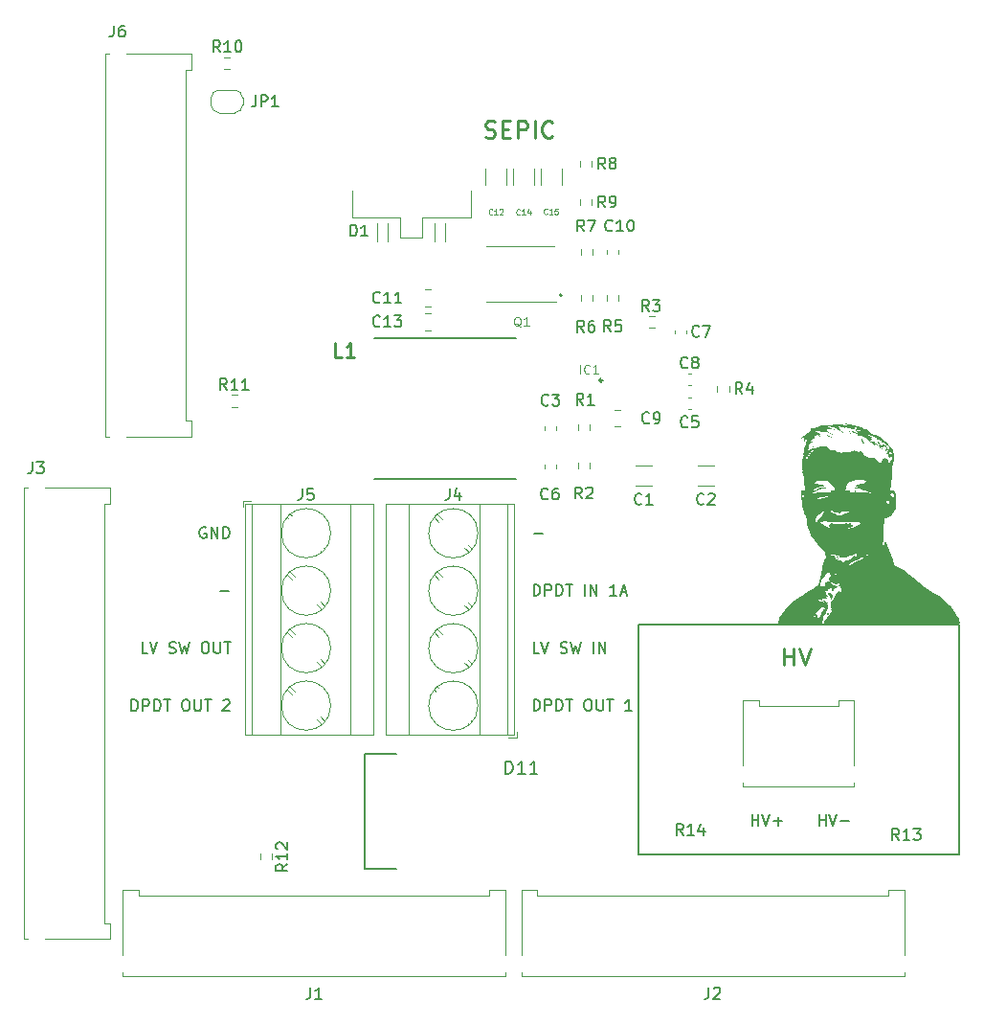
<source format=gbr>
%TF.GenerationSoftware,KiCad,Pcbnew,(6.0.7)*%
%TF.CreationDate,2023-01-08T18:55:16-06:00*%
%TF.ProjectId,Master Switch Enclosure Board,4d617374-6572-4205-9377-697463682045,rev?*%
%TF.SameCoordinates,Original*%
%TF.FileFunction,Legend,Top*%
%TF.FilePolarity,Positive*%
%FSLAX46Y46*%
G04 Gerber Fmt 4.6, Leading zero omitted, Abs format (unit mm)*
G04 Created by KiCad (PCBNEW (6.0.7)) date 2023-01-08 18:55:16*
%MOMM*%
%LPD*%
G01*
G04 APERTURE LIST*
%ADD10C,0.150000*%
%ADD11C,0.250000*%
%ADD12C,0.152000*%
%ADD13C,0.075000*%
%ADD14C,0.254000*%
%ADD15C,0.125000*%
%ADD16C,0.120000*%
%ADD17C,0.127000*%
%ADD18C,0.100000*%
%ADD19C,0.200000*%
G04 APERTURE END LIST*
D10*
X155974715Y-109386034D02*
X127566715Y-109386034D01*
X127566715Y-109386034D02*
X127566715Y-129738034D01*
X127566715Y-129738034D02*
X155974715Y-129738034D01*
X155974715Y-129738034D02*
X155974715Y-109386034D01*
X143585381Y-127190414D02*
X143585381Y-126190414D01*
X143585381Y-126666605D02*
X144156810Y-126666605D01*
X144156810Y-127190414D02*
X144156810Y-126190414D01*
X144490143Y-126190414D02*
X144823476Y-127190414D01*
X145156810Y-126190414D01*
X145490143Y-126809462D02*
X146252048Y-126809462D01*
X118814785Y-111964380D02*
X118338595Y-111964380D01*
X118338595Y-110964380D01*
X119005261Y-110964380D02*
X119338595Y-111964380D01*
X119671928Y-110964380D01*
X120719547Y-111916761D02*
X120862404Y-111964380D01*
X121100500Y-111964380D01*
X121195738Y-111916761D01*
X121243357Y-111869142D01*
X121290976Y-111773904D01*
X121290976Y-111678666D01*
X121243357Y-111583428D01*
X121195738Y-111535809D01*
X121100500Y-111488190D01*
X120910023Y-111440571D01*
X120814785Y-111392952D01*
X120767166Y-111345333D01*
X120719547Y-111250095D01*
X120719547Y-111154857D01*
X120767166Y-111059619D01*
X120814785Y-111012000D01*
X120910023Y-110964380D01*
X121148119Y-110964380D01*
X121290976Y-111012000D01*
X121624309Y-110964380D02*
X121862404Y-111964380D01*
X122052880Y-111250095D01*
X122243357Y-111964380D01*
X122481452Y-110964380D01*
X123624309Y-111964380D02*
X123624309Y-110964380D01*
X124100500Y-111964380D02*
X124100500Y-110964380D01*
X124671928Y-111964380D01*
X124671928Y-110964380D01*
D11*
X114059714Y-66327142D02*
X114274000Y-66398571D01*
X114631142Y-66398571D01*
X114774000Y-66327142D01*
X114845428Y-66255714D01*
X114916857Y-66112857D01*
X114916857Y-65970000D01*
X114845428Y-65827142D01*
X114774000Y-65755714D01*
X114631142Y-65684285D01*
X114345428Y-65612857D01*
X114202571Y-65541428D01*
X114131142Y-65470000D01*
X114059714Y-65327142D01*
X114059714Y-65184285D01*
X114131142Y-65041428D01*
X114202571Y-64970000D01*
X114345428Y-64898571D01*
X114702571Y-64898571D01*
X114916857Y-64970000D01*
X115559714Y-65612857D02*
X116059714Y-65612857D01*
X116274000Y-66398571D02*
X115559714Y-66398571D01*
X115559714Y-64898571D01*
X116274000Y-64898571D01*
X116916857Y-66398571D02*
X116916857Y-64898571D01*
X117488285Y-64898571D01*
X117631142Y-64970000D01*
X117702571Y-65041428D01*
X117774000Y-65184285D01*
X117774000Y-65398571D01*
X117702571Y-65541428D01*
X117631142Y-65612857D01*
X117488285Y-65684285D01*
X116916857Y-65684285D01*
X118416857Y-66398571D02*
X118416857Y-64898571D01*
X119988285Y-66255714D02*
X119916857Y-66327142D01*
X119702571Y-66398571D01*
X119559714Y-66398571D01*
X119345428Y-66327142D01*
X119202571Y-66184285D01*
X119131142Y-66041428D01*
X119059714Y-65755714D01*
X119059714Y-65541428D01*
X119131142Y-65255714D01*
X119202571Y-65112857D01*
X119345428Y-64970000D01*
X119559714Y-64898571D01*
X119702571Y-64898571D01*
X119916857Y-64970000D01*
X119988285Y-65041428D01*
D10*
X118338595Y-101399428D02*
X119100500Y-101399428D01*
X90617500Y-106487428D02*
X91379404Y-106487428D01*
X137649381Y-127190414D02*
X137649381Y-126190414D01*
X137649381Y-126666605D02*
X138220810Y-126666605D01*
X138220810Y-127190414D02*
X138220810Y-126190414D01*
X138554143Y-126190414D02*
X138887476Y-127190414D01*
X139220810Y-126190414D01*
X139554143Y-126809462D02*
X140316048Y-126809462D01*
X139935095Y-127190414D02*
X139935095Y-126428510D01*
D11*
X140455286Y-113000605D02*
X140455286Y-111500605D01*
X140455286Y-112214891D02*
X141312429Y-112214891D01*
X141312429Y-113000605D02*
X141312429Y-111500605D01*
X141812429Y-111500605D02*
X142312429Y-113000605D01*
X142812429Y-111500605D01*
D10*
X118338595Y-106868380D02*
X118338595Y-105868380D01*
X118576690Y-105868380D01*
X118719547Y-105916000D01*
X118814785Y-106011238D01*
X118862404Y-106106476D01*
X118910023Y-106296952D01*
X118910023Y-106439809D01*
X118862404Y-106630285D01*
X118814785Y-106725523D01*
X118719547Y-106820761D01*
X118576690Y-106868380D01*
X118338595Y-106868380D01*
X119338595Y-106868380D02*
X119338595Y-105868380D01*
X119719547Y-105868380D01*
X119814785Y-105916000D01*
X119862404Y-105963619D01*
X119910023Y-106058857D01*
X119910023Y-106201714D01*
X119862404Y-106296952D01*
X119814785Y-106344571D01*
X119719547Y-106392190D01*
X119338595Y-106392190D01*
X120338595Y-106868380D02*
X120338595Y-105868380D01*
X120576690Y-105868380D01*
X120719547Y-105916000D01*
X120814785Y-106011238D01*
X120862404Y-106106476D01*
X120910023Y-106296952D01*
X120910023Y-106439809D01*
X120862404Y-106630285D01*
X120814785Y-106725523D01*
X120719547Y-106820761D01*
X120576690Y-106868380D01*
X120338595Y-106868380D01*
X121195738Y-105868380D02*
X121767166Y-105868380D01*
X121481452Y-106868380D02*
X121481452Y-105868380D01*
X122862404Y-106868380D02*
X122862404Y-105868380D01*
X123338595Y-106868380D02*
X123338595Y-105868380D01*
X123910023Y-106868380D01*
X123910023Y-105868380D01*
X125671928Y-106868380D02*
X125100500Y-106868380D01*
X125386214Y-106868380D02*
X125386214Y-105868380D01*
X125290976Y-106011238D01*
X125195738Y-106106476D01*
X125100500Y-106154095D01*
X126052880Y-106582666D02*
X126529071Y-106582666D01*
X125957642Y-106868380D02*
X126290976Y-105868380D01*
X126624309Y-106868380D01*
X89331785Y-100828000D02*
X89236547Y-100780380D01*
X89093690Y-100780380D01*
X88950833Y-100828000D01*
X88855595Y-100923238D01*
X88807976Y-101018476D01*
X88760357Y-101208952D01*
X88760357Y-101351809D01*
X88807976Y-101542285D01*
X88855595Y-101637523D01*
X88950833Y-101732761D01*
X89093690Y-101780380D01*
X89188928Y-101780380D01*
X89331785Y-101732761D01*
X89379404Y-101685142D01*
X89379404Y-101351809D01*
X89188928Y-101351809D01*
X89807976Y-101780380D02*
X89807976Y-100780380D01*
X90379404Y-101780380D01*
X90379404Y-100780380D01*
X90855595Y-101780380D02*
X90855595Y-100780380D01*
X91093690Y-100780380D01*
X91236547Y-100828000D01*
X91331785Y-100923238D01*
X91379404Y-101018476D01*
X91427023Y-101208952D01*
X91427023Y-101351809D01*
X91379404Y-101542285D01*
X91331785Y-101637523D01*
X91236547Y-101732761D01*
X91093690Y-101780380D01*
X90855595Y-101780380D01*
X82760357Y-117052380D02*
X82760357Y-116052380D01*
X82998452Y-116052380D01*
X83141309Y-116100000D01*
X83236547Y-116195238D01*
X83284166Y-116290476D01*
X83331785Y-116480952D01*
X83331785Y-116623809D01*
X83284166Y-116814285D01*
X83236547Y-116909523D01*
X83141309Y-117004761D01*
X82998452Y-117052380D01*
X82760357Y-117052380D01*
X83760357Y-117052380D02*
X83760357Y-116052380D01*
X84141309Y-116052380D01*
X84236547Y-116100000D01*
X84284166Y-116147619D01*
X84331785Y-116242857D01*
X84331785Y-116385714D01*
X84284166Y-116480952D01*
X84236547Y-116528571D01*
X84141309Y-116576190D01*
X83760357Y-116576190D01*
X84760357Y-117052380D02*
X84760357Y-116052380D01*
X84998452Y-116052380D01*
X85141309Y-116100000D01*
X85236547Y-116195238D01*
X85284166Y-116290476D01*
X85331785Y-116480952D01*
X85331785Y-116623809D01*
X85284166Y-116814285D01*
X85236547Y-116909523D01*
X85141309Y-117004761D01*
X84998452Y-117052380D01*
X84760357Y-117052380D01*
X85617500Y-116052380D02*
X86188928Y-116052380D01*
X85903214Y-117052380D02*
X85903214Y-116052380D01*
X87474642Y-116052380D02*
X87665119Y-116052380D01*
X87760357Y-116100000D01*
X87855595Y-116195238D01*
X87903214Y-116385714D01*
X87903214Y-116719047D01*
X87855595Y-116909523D01*
X87760357Y-117004761D01*
X87665119Y-117052380D01*
X87474642Y-117052380D01*
X87379404Y-117004761D01*
X87284166Y-116909523D01*
X87236547Y-116719047D01*
X87236547Y-116385714D01*
X87284166Y-116195238D01*
X87379404Y-116100000D01*
X87474642Y-116052380D01*
X88331785Y-116052380D02*
X88331785Y-116861904D01*
X88379404Y-116957142D01*
X88427023Y-117004761D01*
X88522261Y-117052380D01*
X88712738Y-117052380D01*
X88807976Y-117004761D01*
X88855595Y-116957142D01*
X88903214Y-116861904D01*
X88903214Y-116052380D01*
X89236547Y-116052380D02*
X89807976Y-116052380D01*
X89522261Y-117052380D02*
X89522261Y-116052380D01*
X90855595Y-116147619D02*
X90903214Y-116100000D01*
X90998452Y-116052380D01*
X91236547Y-116052380D01*
X91331785Y-116100000D01*
X91379404Y-116147619D01*
X91427023Y-116242857D01*
X91427023Y-116338095D01*
X91379404Y-116480952D01*
X90807976Y-117052380D01*
X91427023Y-117052380D01*
X118338595Y-117044380D02*
X118338595Y-116044380D01*
X118576690Y-116044380D01*
X118719547Y-116092000D01*
X118814785Y-116187238D01*
X118862404Y-116282476D01*
X118910023Y-116472952D01*
X118910023Y-116615809D01*
X118862404Y-116806285D01*
X118814785Y-116901523D01*
X118719547Y-116996761D01*
X118576690Y-117044380D01*
X118338595Y-117044380D01*
X119338595Y-117044380D02*
X119338595Y-116044380D01*
X119719547Y-116044380D01*
X119814785Y-116092000D01*
X119862404Y-116139619D01*
X119910023Y-116234857D01*
X119910023Y-116377714D01*
X119862404Y-116472952D01*
X119814785Y-116520571D01*
X119719547Y-116568190D01*
X119338595Y-116568190D01*
X120338595Y-117044380D02*
X120338595Y-116044380D01*
X120576690Y-116044380D01*
X120719547Y-116092000D01*
X120814785Y-116187238D01*
X120862404Y-116282476D01*
X120910023Y-116472952D01*
X120910023Y-116615809D01*
X120862404Y-116806285D01*
X120814785Y-116901523D01*
X120719547Y-116996761D01*
X120576690Y-117044380D01*
X120338595Y-117044380D01*
X121195738Y-116044380D02*
X121767166Y-116044380D01*
X121481452Y-117044380D02*
X121481452Y-116044380D01*
X123052880Y-116044380D02*
X123243357Y-116044380D01*
X123338595Y-116092000D01*
X123433833Y-116187238D01*
X123481452Y-116377714D01*
X123481452Y-116711047D01*
X123433833Y-116901523D01*
X123338595Y-116996761D01*
X123243357Y-117044380D01*
X123052880Y-117044380D01*
X122957642Y-116996761D01*
X122862404Y-116901523D01*
X122814785Y-116711047D01*
X122814785Y-116377714D01*
X122862404Y-116187238D01*
X122957642Y-116092000D01*
X123052880Y-116044380D01*
X123910023Y-116044380D02*
X123910023Y-116853904D01*
X123957642Y-116949142D01*
X124005261Y-116996761D01*
X124100500Y-117044380D01*
X124290976Y-117044380D01*
X124386214Y-116996761D01*
X124433833Y-116949142D01*
X124481452Y-116853904D01*
X124481452Y-116044380D01*
X124814785Y-116044380D02*
X125386214Y-116044380D01*
X125100500Y-117044380D02*
X125100500Y-116044380D01*
X127005261Y-117044380D02*
X126433833Y-117044380D01*
X126719547Y-117044380D02*
X126719547Y-116044380D01*
X126624309Y-116187238D01*
X126529071Y-116282476D01*
X126433833Y-116330095D01*
X84188928Y-111956380D02*
X83712738Y-111956380D01*
X83712738Y-110956380D01*
X84379404Y-110956380D02*
X84712738Y-111956380D01*
X85046071Y-110956380D01*
X86093690Y-111908761D02*
X86236547Y-111956380D01*
X86474642Y-111956380D01*
X86569880Y-111908761D01*
X86617500Y-111861142D01*
X86665119Y-111765904D01*
X86665119Y-111670666D01*
X86617500Y-111575428D01*
X86569880Y-111527809D01*
X86474642Y-111480190D01*
X86284166Y-111432571D01*
X86188928Y-111384952D01*
X86141309Y-111337333D01*
X86093690Y-111242095D01*
X86093690Y-111146857D01*
X86141309Y-111051619D01*
X86188928Y-111004000D01*
X86284166Y-110956380D01*
X86522261Y-110956380D01*
X86665119Y-111004000D01*
X86998452Y-110956380D02*
X87236547Y-111956380D01*
X87427023Y-111242095D01*
X87617500Y-111956380D01*
X87855595Y-110956380D01*
X89188928Y-110956380D02*
X89379404Y-110956380D01*
X89474642Y-111004000D01*
X89569880Y-111099238D01*
X89617500Y-111289714D01*
X89617500Y-111623047D01*
X89569880Y-111813523D01*
X89474642Y-111908761D01*
X89379404Y-111956380D01*
X89188928Y-111956380D01*
X89093690Y-111908761D01*
X88998452Y-111813523D01*
X88950833Y-111623047D01*
X88950833Y-111289714D01*
X88998452Y-111099238D01*
X89093690Y-111004000D01*
X89188928Y-110956380D01*
X90046071Y-110956380D02*
X90046071Y-111765904D01*
X90093690Y-111861142D01*
X90141309Y-111908761D01*
X90236547Y-111956380D01*
X90427023Y-111956380D01*
X90522261Y-111908761D01*
X90569880Y-111861142D01*
X90617500Y-111765904D01*
X90617500Y-110956380D01*
X90950833Y-110956380D02*
X91522261Y-110956380D01*
X91236547Y-111956380D02*
X91236547Y-110956380D01*
%TO.C,R11*%
X91196142Y-88686380D02*
X90862809Y-88210190D01*
X90624714Y-88686380D02*
X90624714Y-87686380D01*
X91005666Y-87686380D01*
X91100904Y-87734000D01*
X91148523Y-87781619D01*
X91196142Y-87876857D01*
X91196142Y-88019714D01*
X91148523Y-88114952D01*
X91100904Y-88162571D01*
X91005666Y-88210190D01*
X90624714Y-88210190D01*
X92148523Y-88686380D02*
X91577095Y-88686380D01*
X91862809Y-88686380D02*
X91862809Y-87686380D01*
X91767571Y-87829238D01*
X91672333Y-87924476D01*
X91577095Y-87972095D01*
X93100904Y-88686380D02*
X92529476Y-88686380D01*
X92815190Y-88686380D02*
X92815190Y-87686380D01*
X92719952Y-87829238D01*
X92624714Y-87924476D01*
X92529476Y-87972095D01*
%TO.C,R6*%
X122793333Y-83556380D02*
X122460000Y-83080190D01*
X122221904Y-83556380D02*
X122221904Y-82556380D01*
X122602857Y-82556380D01*
X122698095Y-82604000D01*
X122745714Y-82651619D01*
X122793333Y-82746857D01*
X122793333Y-82889714D01*
X122745714Y-82984952D01*
X122698095Y-83032571D01*
X122602857Y-83080190D01*
X122221904Y-83080190D01*
X123650476Y-82556380D02*
X123460000Y-82556380D01*
X123364761Y-82604000D01*
X123317142Y-82651619D01*
X123221904Y-82794476D01*
X123174285Y-82984952D01*
X123174285Y-83365904D01*
X123221904Y-83461142D01*
X123269523Y-83508761D01*
X123364761Y-83556380D01*
X123555238Y-83556380D01*
X123650476Y-83508761D01*
X123698095Y-83461142D01*
X123745714Y-83365904D01*
X123745714Y-83127809D01*
X123698095Y-83032571D01*
X123650476Y-82984952D01*
X123555238Y-82937333D01*
X123364761Y-82937333D01*
X123269523Y-82984952D01*
X123221904Y-83032571D01*
X123174285Y-83127809D01*
%TO.C,J6*%
X81191666Y-56468380D02*
X81191666Y-57182666D01*
X81144047Y-57325523D01*
X81048809Y-57420761D01*
X80905952Y-57468380D01*
X80810714Y-57468380D01*
X82096428Y-56468380D02*
X81905952Y-56468380D01*
X81810714Y-56516000D01*
X81763095Y-56563619D01*
X81667857Y-56706476D01*
X81620238Y-56896952D01*
X81620238Y-57277904D01*
X81667857Y-57373142D01*
X81715476Y-57420761D01*
X81810714Y-57468380D01*
X82001190Y-57468380D01*
X82096428Y-57420761D01*
X82144047Y-57373142D01*
X82191666Y-57277904D01*
X82191666Y-57039809D01*
X82144047Y-56944571D01*
X82096428Y-56896952D01*
X82001190Y-56849333D01*
X81810714Y-56849333D01*
X81715476Y-56896952D01*
X81667857Y-56944571D01*
X81620238Y-57039809D01*
%TO.C,J3*%
X73983666Y-95052380D02*
X73983666Y-95766666D01*
X73936047Y-95909523D01*
X73840809Y-96004761D01*
X73697952Y-96052380D01*
X73602714Y-96052380D01*
X74364619Y-95052380D02*
X74983666Y-95052380D01*
X74650333Y-95433333D01*
X74793190Y-95433333D01*
X74888428Y-95480952D01*
X74936047Y-95528571D01*
X74983666Y-95623809D01*
X74983666Y-95861904D01*
X74936047Y-95957142D01*
X74888428Y-96004761D01*
X74793190Y-96052380D01*
X74507476Y-96052380D01*
X74412238Y-96004761D01*
X74364619Y-95957142D01*
%TO.C,J2*%
X133820822Y-141496380D02*
X133820822Y-142210666D01*
X133773203Y-142353523D01*
X133677965Y-142448761D01*
X133535108Y-142496380D01*
X133439870Y-142496380D01*
X134249394Y-141591619D02*
X134297013Y-141544000D01*
X134392251Y-141496380D01*
X134630346Y-141496380D01*
X134725584Y-141544000D01*
X134773203Y-141591619D01*
X134820822Y-141686857D01*
X134820822Y-141782095D01*
X134773203Y-141924952D01*
X134201775Y-142496380D01*
X134820822Y-142496380D01*
D12*
%TO.C,D11*%
X115828200Y-122633071D02*
X115828200Y-121490071D01*
X116100342Y-121490071D01*
X116263628Y-121544500D01*
X116372485Y-121653357D01*
X116426914Y-121762214D01*
X116481342Y-121979928D01*
X116481342Y-122143214D01*
X116426914Y-122360928D01*
X116372485Y-122469785D01*
X116263628Y-122578642D01*
X116100342Y-122633071D01*
X115828200Y-122633071D01*
X117569914Y-122633071D02*
X116916771Y-122633071D01*
X117243342Y-122633071D02*
X117243342Y-121490071D01*
X117134485Y-121653357D01*
X117025628Y-121762214D01*
X116916771Y-121816642D01*
X118658485Y-122633071D02*
X118005342Y-122633071D01*
X118331914Y-122633071D02*
X118331914Y-121490071D01*
X118223057Y-121653357D01*
X118114200Y-121762214D01*
X118005342Y-121816642D01*
D10*
%TO.C,C11*%
X104737021Y-80911375D02*
X104689402Y-80958994D01*
X104546545Y-81006613D01*
X104451307Y-81006613D01*
X104308450Y-80958994D01*
X104213212Y-80863756D01*
X104165593Y-80768518D01*
X104117974Y-80578042D01*
X104117974Y-80435185D01*
X104165593Y-80244709D01*
X104213212Y-80149471D01*
X104308450Y-80054233D01*
X104451307Y-80006613D01*
X104546545Y-80006613D01*
X104689402Y-80054233D01*
X104737021Y-80101852D01*
X105689402Y-81006613D02*
X105117974Y-81006613D01*
X105403688Y-81006613D02*
X105403688Y-80006613D01*
X105308450Y-80149471D01*
X105213212Y-80244709D01*
X105117974Y-80292328D01*
X106641783Y-81006613D02*
X106070355Y-81006613D01*
X106356069Y-81006613D02*
X106356069Y-80006613D01*
X106260831Y-80149471D01*
X106165593Y-80244709D01*
X106070355Y-80292328D01*
%TO.C,C5*%
X131939622Y-91906517D02*
X131892003Y-91954136D01*
X131749146Y-92001755D01*
X131653908Y-92001755D01*
X131511050Y-91954136D01*
X131415812Y-91858898D01*
X131368193Y-91763660D01*
X131320574Y-91573184D01*
X131320574Y-91430327D01*
X131368193Y-91239851D01*
X131415812Y-91144613D01*
X131511050Y-91049375D01*
X131653908Y-91001755D01*
X131749146Y-91001755D01*
X131892003Y-91049375D01*
X131939622Y-91096994D01*
X132844384Y-91001755D02*
X132368193Y-91001755D01*
X132320574Y-91477946D01*
X132368193Y-91430327D01*
X132463431Y-91382708D01*
X132701527Y-91382708D01*
X132796765Y-91430327D01*
X132844384Y-91477946D01*
X132892003Y-91573184D01*
X132892003Y-91811279D01*
X132844384Y-91906517D01*
X132796765Y-91954136D01*
X132701527Y-92001755D01*
X132463431Y-92001755D01*
X132368193Y-91954136D01*
X132320574Y-91906517D01*
D13*
%TO.C,C15*%
X119523956Y-73106571D02*
X119500146Y-73130380D01*
X119428718Y-73154190D01*
X119381099Y-73154190D01*
X119309670Y-73130380D01*
X119262051Y-73082761D01*
X119238242Y-73035142D01*
X119214432Y-72939904D01*
X119214432Y-72868476D01*
X119238242Y-72773238D01*
X119262051Y-72725619D01*
X119309670Y-72678000D01*
X119381099Y-72654190D01*
X119428718Y-72654190D01*
X119500146Y-72678000D01*
X119523956Y-72701809D01*
X120000146Y-73154190D02*
X119714432Y-73154190D01*
X119857289Y-73154190D02*
X119857289Y-72654190D01*
X119809670Y-72725619D01*
X119762051Y-72773238D01*
X119714432Y-72797047D01*
X120452527Y-72654190D02*
X120214432Y-72654190D01*
X120190623Y-72892285D01*
X120214432Y-72868476D01*
X120262051Y-72844666D01*
X120381099Y-72844666D01*
X120428718Y-72868476D01*
X120452527Y-72892285D01*
X120476337Y-72939904D01*
X120476337Y-73058952D01*
X120452527Y-73106571D01*
X120428718Y-73130380D01*
X120381099Y-73154190D01*
X120262051Y-73154190D01*
X120214432Y-73130380D01*
X120190623Y-73106571D01*
D10*
%TO.C,R10*%
X90585142Y-58810380D02*
X90251809Y-58334190D01*
X90013714Y-58810380D02*
X90013714Y-57810380D01*
X90394666Y-57810380D01*
X90489904Y-57858000D01*
X90537523Y-57905619D01*
X90585142Y-58000857D01*
X90585142Y-58143714D01*
X90537523Y-58238952D01*
X90489904Y-58286571D01*
X90394666Y-58334190D01*
X90013714Y-58334190D01*
X91537523Y-58810380D02*
X90966095Y-58810380D01*
X91251809Y-58810380D02*
X91251809Y-57810380D01*
X91156571Y-57953238D01*
X91061333Y-58048476D01*
X90966095Y-58096095D01*
X92156571Y-57810380D02*
X92251809Y-57810380D01*
X92347047Y-57858000D01*
X92394666Y-57905619D01*
X92442285Y-58000857D01*
X92489904Y-58191333D01*
X92489904Y-58429428D01*
X92442285Y-58619904D01*
X92394666Y-58715142D01*
X92347047Y-58762761D01*
X92251809Y-58810380D01*
X92156571Y-58810380D01*
X92061333Y-58762761D01*
X92013714Y-58715142D01*
X91966095Y-58619904D01*
X91918476Y-58429428D01*
X91918476Y-58191333D01*
X91966095Y-58000857D01*
X92013714Y-57905619D01*
X92061333Y-57858000D01*
X92156571Y-57810380D01*
%TO.C,C9*%
X128538944Y-91560410D02*
X128491325Y-91608029D01*
X128348468Y-91655648D01*
X128253230Y-91655648D01*
X128110372Y-91608029D01*
X128015134Y-91512791D01*
X127967515Y-91417553D01*
X127919896Y-91227077D01*
X127919896Y-91084220D01*
X127967515Y-90893744D01*
X128015134Y-90798506D01*
X128110372Y-90703268D01*
X128253230Y-90655648D01*
X128348468Y-90655648D01*
X128491325Y-90703268D01*
X128538944Y-90750887D01*
X129015134Y-91655648D02*
X129205611Y-91655648D01*
X129300849Y-91608029D01*
X129348468Y-91560410D01*
X129443706Y-91417553D01*
X129491325Y-91227077D01*
X129491325Y-90846125D01*
X129443706Y-90750887D01*
X129396087Y-90703268D01*
X129300849Y-90655648D01*
X129110372Y-90655648D01*
X129015134Y-90703268D01*
X128967515Y-90750887D01*
X128919896Y-90846125D01*
X128919896Y-91084220D01*
X128967515Y-91179458D01*
X129015134Y-91227077D01*
X129110372Y-91274696D01*
X129300849Y-91274696D01*
X129396087Y-91227077D01*
X129443706Y-91179458D01*
X129491325Y-91084220D01*
%TO.C,R9*%
X124656333Y-72532380D02*
X124323000Y-72056190D01*
X124084904Y-72532380D02*
X124084904Y-71532380D01*
X124465857Y-71532380D01*
X124561095Y-71580000D01*
X124608714Y-71627619D01*
X124656333Y-71722857D01*
X124656333Y-71865714D01*
X124608714Y-71960952D01*
X124561095Y-72008571D01*
X124465857Y-72056190D01*
X124084904Y-72056190D01*
X125132523Y-72532380D02*
X125323000Y-72532380D01*
X125418238Y-72484761D01*
X125465857Y-72437142D01*
X125561095Y-72294285D01*
X125608714Y-72103809D01*
X125608714Y-71722857D01*
X125561095Y-71627619D01*
X125513476Y-71580000D01*
X125418238Y-71532380D01*
X125227761Y-71532380D01*
X125132523Y-71580000D01*
X125084904Y-71627619D01*
X125037285Y-71722857D01*
X125037285Y-71960952D01*
X125084904Y-72056190D01*
X125132523Y-72103809D01*
X125227761Y-72151428D01*
X125418238Y-72151428D01*
X125513476Y-72103809D01*
X125561095Y-72056190D01*
X125608714Y-71960952D01*
%TO.C,R12*%
X96551380Y-130586857D02*
X96075190Y-130920190D01*
X96551380Y-131158285D02*
X95551380Y-131158285D01*
X95551380Y-130777333D01*
X95599000Y-130682095D01*
X95646619Y-130634476D01*
X95741857Y-130586857D01*
X95884714Y-130586857D01*
X95979952Y-130634476D01*
X96027571Y-130682095D01*
X96075190Y-130777333D01*
X96075190Y-131158285D01*
X96551380Y-129634476D02*
X96551380Y-130205904D01*
X96551380Y-129920190D02*
X95551380Y-129920190D01*
X95694238Y-130015428D01*
X95789476Y-130110666D01*
X95837095Y-130205904D01*
X95646619Y-129253523D02*
X95599000Y-129205904D01*
X95551380Y-129110666D01*
X95551380Y-128872571D01*
X95599000Y-128777333D01*
X95646619Y-128729714D01*
X95741857Y-128682095D01*
X95837095Y-128682095D01*
X95979952Y-128729714D01*
X96551380Y-129301142D01*
X96551380Y-128682095D01*
%TO.C,C1*%
X127881333Y-98725142D02*
X127833714Y-98772761D01*
X127690857Y-98820380D01*
X127595619Y-98820380D01*
X127452761Y-98772761D01*
X127357523Y-98677523D01*
X127309904Y-98582285D01*
X127262285Y-98391809D01*
X127262285Y-98248952D01*
X127309904Y-98058476D01*
X127357523Y-97963238D01*
X127452761Y-97868000D01*
X127595619Y-97820380D01*
X127690857Y-97820380D01*
X127833714Y-97868000D01*
X127881333Y-97915619D01*
X128833714Y-98820380D02*
X128262285Y-98820380D01*
X128548000Y-98820380D02*
X128548000Y-97820380D01*
X128452761Y-97963238D01*
X128357523Y-98058476D01*
X128262285Y-98106095D01*
%TO.C,R5*%
X125161389Y-83521772D02*
X124828056Y-83045582D01*
X124589960Y-83521772D02*
X124589960Y-82521772D01*
X124970913Y-82521772D01*
X125066151Y-82569392D01*
X125113770Y-82617011D01*
X125161389Y-82712249D01*
X125161389Y-82855106D01*
X125113770Y-82950344D01*
X125066151Y-82997963D01*
X124970913Y-83045582D01*
X124589960Y-83045582D01*
X126066151Y-82521772D02*
X125589960Y-82521772D01*
X125542341Y-82997963D01*
X125589960Y-82950344D01*
X125685198Y-82902725D01*
X125923294Y-82902725D01*
X126018532Y-82950344D01*
X126066151Y-82997963D01*
X126113770Y-83093201D01*
X126113770Y-83331296D01*
X126066151Y-83426534D01*
X126018532Y-83474153D01*
X125923294Y-83521772D01*
X125685198Y-83521772D01*
X125589960Y-83474153D01*
X125542341Y-83426534D01*
%TO.C,R8*%
X124656333Y-69149480D02*
X124323000Y-68673290D01*
X124084904Y-69149480D02*
X124084904Y-68149480D01*
X124465857Y-68149480D01*
X124561095Y-68197100D01*
X124608714Y-68244719D01*
X124656333Y-68339957D01*
X124656333Y-68482814D01*
X124608714Y-68578052D01*
X124561095Y-68625671D01*
X124465857Y-68673290D01*
X124084904Y-68673290D01*
X125227761Y-68578052D02*
X125132523Y-68530433D01*
X125084904Y-68482814D01*
X125037285Y-68387576D01*
X125037285Y-68339957D01*
X125084904Y-68244719D01*
X125132523Y-68197100D01*
X125227761Y-68149480D01*
X125418238Y-68149480D01*
X125513476Y-68197100D01*
X125561095Y-68244719D01*
X125608714Y-68339957D01*
X125608714Y-68387576D01*
X125561095Y-68482814D01*
X125513476Y-68530433D01*
X125418238Y-68578052D01*
X125227761Y-68578052D01*
X125132523Y-68625671D01*
X125084904Y-68673290D01*
X125037285Y-68768528D01*
X125037285Y-68959004D01*
X125084904Y-69054242D01*
X125132523Y-69101861D01*
X125227761Y-69149480D01*
X125418238Y-69149480D01*
X125513476Y-69101861D01*
X125561095Y-69054242D01*
X125608714Y-68959004D01*
X125608714Y-68768528D01*
X125561095Y-68673290D01*
X125513476Y-68625671D01*
X125418238Y-68578052D01*
%TO.C,C13*%
X104731151Y-83010216D02*
X104683532Y-83057835D01*
X104540675Y-83105454D01*
X104445437Y-83105454D01*
X104302580Y-83057835D01*
X104207342Y-82962597D01*
X104159723Y-82867359D01*
X104112104Y-82676883D01*
X104112104Y-82534026D01*
X104159723Y-82343550D01*
X104207342Y-82248312D01*
X104302580Y-82153074D01*
X104445437Y-82105454D01*
X104540675Y-82105454D01*
X104683532Y-82153074D01*
X104731151Y-82200693D01*
X105683532Y-83105454D02*
X105112104Y-83105454D01*
X105397818Y-83105454D02*
X105397818Y-82105454D01*
X105302580Y-82248312D01*
X105207342Y-82343550D01*
X105112104Y-82391169D01*
X106016866Y-82105454D02*
X106635913Y-82105454D01*
X106302580Y-82486407D01*
X106445437Y-82486407D01*
X106540675Y-82534026D01*
X106588294Y-82581645D01*
X106635913Y-82676883D01*
X106635913Y-82914978D01*
X106588294Y-83010216D01*
X106540675Y-83057835D01*
X106445437Y-83105454D01*
X106159723Y-83105454D01*
X106064485Y-83057835D01*
X106016866Y-83010216D01*
%TO.C,J1*%
X98581666Y-141496380D02*
X98581666Y-142210666D01*
X98534047Y-142353523D01*
X98438809Y-142448761D01*
X98295952Y-142496380D01*
X98200714Y-142496380D01*
X99581666Y-142496380D02*
X99010238Y-142496380D01*
X99295952Y-142496380D02*
X99295952Y-141496380D01*
X99200714Y-141639238D01*
X99105476Y-141734476D01*
X99010238Y-141782095D01*
%TO.C,C3*%
X119643622Y-89985558D02*
X119596003Y-90033177D01*
X119453146Y-90080796D01*
X119357908Y-90080796D01*
X119215050Y-90033177D01*
X119119812Y-89937939D01*
X119072193Y-89842701D01*
X119024574Y-89652225D01*
X119024574Y-89509368D01*
X119072193Y-89318892D01*
X119119812Y-89223654D01*
X119215050Y-89128416D01*
X119357908Y-89080796D01*
X119453146Y-89080796D01*
X119596003Y-89128416D01*
X119643622Y-89176035D01*
X119976955Y-89080796D02*
X120596003Y-89080796D01*
X120262669Y-89461749D01*
X120405527Y-89461749D01*
X120500765Y-89509368D01*
X120548384Y-89556987D01*
X120596003Y-89652225D01*
X120596003Y-89890320D01*
X120548384Y-89985558D01*
X120500765Y-90033177D01*
X120405527Y-90080796D01*
X120119812Y-90080796D01*
X120024574Y-90033177D01*
X119976955Y-89985558D01*
%TO.C,C10*%
X125285142Y-74557142D02*
X125237523Y-74604761D01*
X125094666Y-74652380D01*
X124999428Y-74652380D01*
X124856571Y-74604761D01*
X124761333Y-74509523D01*
X124713714Y-74414285D01*
X124666095Y-74223809D01*
X124666095Y-74080952D01*
X124713714Y-73890476D01*
X124761333Y-73795238D01*
X124856571Y-73700000D01*
X124999428Y-73652380D01*
X125094666Y-73652380D01*
X125237523Y-73700000D01*
X125285142Y-73747619D01*
X126237523Y-74652380D02*
X125666095Y-74652380D01*
X125951809Y-74652380D02*
X125951809Y-73652380D01*
X125856571Y-73795238D01*
X125761333Y-73890476D01*
X125666095Y-73938095D01*
X126856571Y-73652380D02*
X126951809Y-73652380D01*
X127047047Y-73700000D01*
X127094666Y-73747619D01*
X127142285Y-73842857D01*
X127189904Y-74033333D01*
X127189904Y-74271428D01*
X127142285Y-74461904D01*
X127094666Y-74557142D01*
X127047047Y-74604761D01*
X126951809Y-74652380D01*
X126856571Y-74652380D01*
X126761333Y-74604761D01*
X126713714Y-74557142D01*
X126666095Y-74461904D01*
X126618476Y-74271428D01*
X126618476Y-74033333D01*
X126666095Y-73842857D01*
X126713714Y-73747619D01*
X126761333Y-73700000D01*
X126856571Y-73652380D01*
%TO.C,R13*%
X150635857Y-128462414D02*
X150302524Y-127986224D01*
X150064429Y-128462414D02*
X150064429Y-127462414D01*
X150445381Y-127462414D01*
X150540619Y-127510034D01*
X150588238Y-127557653D01*
X150635857Y-127652891D01*
X150635857Y-127795748D01*
X150588238Y-127890986D01*
X150540619Y-127938605D01*
X150445381Y-127986224D01*
X150064429Y-127986224D01*
X151588238Y-128462414D02*
X151016810Y-128462414D01*
X151302524Y-128462414D02*
X151302524Y-127462414D01*
X151207286Y-127605272D01*
X151112048Y-127700510D01*
X151016810Y-127748129D01*
X151921572Y-127462414D02*
X152540619Y-127462414D01*
X152207286Y-127843367D01*
X152350143Y-127843367D01*
X152445381Y-127890986D01*
X152493000Y-127938605D01*
X152540619Y-128033843D01*
X152540619Y-128271938D01*
X152493000Y-128367176D01*
X152445381Y-128414795D01*
X152350143Y-128462414D01*
X152064429Y-128462414D01*
X151969191Y-128414795D01*
X151921572Y-128367176D01*
D13*
%TO.C,C14*%
X117099170Y-73162962D02*
X117075360Y-73186771D01*
X117003932Y-73210581D01*
X116956313Y-73210581D01*
X116884884Y-73186771D01*
X116837265Y-73139152D01*
X116813456Y-73091533D01*
X116789646Y-72996295D01*
X116789646Y-72924867D01*
X116813456Y-72829629D01*
X116837265Y-72782010D01*
X116884884Y-72734391D01*
X116956313Y-72710581D01*
X117003932Y-72710581D01*
X117075360Y-72734391D01*
X117099170Y-72758200D01*
X117575360Y-73210581D02*
X117289646Y-73210581D01*
X117432503Y-73210581D02*
X117432503Y-72710581D01*
X117384884Y-72782010D01*
X117337265Y-72829629D01*
X117289646Y-72853438D01*
X118003932Y-72877248D02*
X118003932Y-73210581D01*
X117884884Y-72686771D02*
X117765837Y-73043914D01*
X118075360Y-73043914D01*
D10*
%TO.C,R1*%
X122724103Y-89994265D02*
X122390770Y-89518075D01*
X122152674Y-89994265D02*
X122152674Y-88994265D01*
X122533627Y-88994265D01*
X122628865Y-89041885D01*
X122676484Y-89089504D01*
X122724103Y-89184742D01*
X122724103Y-89327599D01*
X122676484Y-89422837D01*
X122628865Y-89470456D01*
X122533627Y-89518075D01*
X122152674Y-89518075D01*
X123676484Y-89994265D02*
X123105055Y-89994265D01*
X123390770Y-89994265D02*
X123390770Y-88994265D01*
X123295531Y-89137123D01*
X123200293Y-89232361D01*
X123105055Y-89279980D01*
%TO.C,JP1*%
X93754666Y-62632380D02*
X93754666Y-63346666D01*
X93707047Y-63489523D01*
X93611809Y-63584761D01*
X93468952Y-63632380D01*
X93373714Y-63632380D01*
X94230857Y-63632380D02*
X94230857Y-62632380D01*
X94611809Y-62632380D01*
X94707047Y-62680000D01*
X94754666Y-62727619D01*
X94802285Y-62822857D01*
X94802285Y-62965714D01*
X94754666Y-63060952D01*
X94707047Y-63108571D01*
X94611809Y-63156190D01*
X94230857Y-63156190D01*
X95754666Y-63632380D02*
X95183238Y-63632380D01*
X95468952Y-63632380D02*
X95468952Y-62632380D01*
X95373714Y-62775238D01*
X95278476Y-62870476D01*
X95183238Y-62918095D01*
%TO.C,J5*%
X97865666Y-97400380D02*
X97865666Y-98114666D01*
X97818047Y-98257523D01*
X97722809Y-98352761D01*
X97579952Y-98400380D01*
X97484714Y-98400380D01*
X98818047Y-97400380D02*
X98341857Y-97400380D01*
X98294238Y-97876571D01*
X98341857Y-97828952D01*
X98437095Y-97781333D01*
X98675190Y-97781333D01*
X98770428Y-97828952D01*
X98818047Y-97876571D01*
X98865666Y-97971809D01*
X98865666Y-98209904D01*
X98818047Y-98305142D01*
X98770428Y-98352761D01*
X98675190Y-98400380D01*
X98437095Y-98400380D01*
X98341857Y-98352761D01*
X98294238Y-98305142D01*
D14*
%TO.C,L1*%
X101379333Y-85802523D02*
X100774571Y-85802523D01*
X100774571Y-84532523D01*
X102467904Y-85802523D02*
X101742190Y-85802523D01*
X102105047Y-85802523D02*
X102105047Y-84532523D01*
X101984095Y-84713952D01*
X101863142Y-84834904D01*
X101742190Y-84895380D01*
D10*
%TO.C,R7*%
X122793333Y-74652380D02*
X122460000Y-74176190D01*
X122221904Y-74652380D02*
X122221904Y-73652380D01*
X122602857Y-73652380D01*
X122698095Y-73700000D01*
X122745714Y-73747619D01*
X122793333Y-73842857D01*
X122793333Y-73985714D01*
X122745714Y-74080952D01*
X122698095Y-74128571D01*
X122602857Y-74176190D01*
X122221904Y-74176190D01*
X123126666Y-73652380D02*
X123793333Y-73652380D01*
X123364761Y-74652380D01*
%TO.C,R14*%
X131555857Y-128038414D02*
X131222524Y-127562224D01*
X130984429Y-128038414D02*
X130984429Y-127038414D01*
X131365381Y-127038414D01*
X131460619Y-127086034D01*
X131508238Y-127133653D01*
X131555857Y-127228891D01*
X131555857Y-127371748D01*
X131508238Y-127466986D01*
X131460619Y-127514605D01*
X131365381Y-127562224D01*
X130984429Y-127562224D01*
X132508238Y-128038414D02*
X131936810Y-128038414D01*
X132222524Y-128038414D02*
X132222524Y-127038414D01*
X132127286Y-127181272D01*
X132032048Y-127276510D01*
X131936810Y-127324129D01*
X133365381Y-127371748D02*
X133365381Y-128038414D01*
X133127286Y-126990795D02*
X132889191Y-127705081D01*
X133508238Y-127705081D01*
%TO.C,C2*%
X133393333Y-98725142D02*
X133345714Y-98772761D01*
X133202857Y-98820380D01*
X133107619Y-98820380D01*
X132964761Y-98772761D01*
X132869523Y-98677523D01*
X132821904Y-98582285D01*
X132774285Y-98391809D01*
X132774285Y-98248952D01*
X132821904Y-98058476D01*
X132869523Y-97963238D01*
X132964761Y-97868000D01*
X133107619Y-97820380D01*
X133202857Y-97820380D01*
X133345714Y-97868000D01*
X133393333Y-97915619D01*
X133774285Y-97915619D02*
X133821904Y-97868000D01*
X133917142Y-97820380D01*
X134155238Y-97820380D01*
X134250476Y-97868000D01*
X134298095Y-97915619D01*
X134345714Y-98010857D01*
X134345714Y-98106095D01*
X134298095Y-98248952D01*
X133726666Y-98820380D01*
X134345714Y-98820380D01*
%TO.C,R4*%
X136785333Y-89036280D02*
X136452000Y-88560090D01*
X136213904Y-89036280D02*
X136213904Y-88036280D01*
X136594857Y-88036280D01*
X136690095Y-88083900D01*
X136737714Y-88131519D01*
X136785333Y-88226757D01*
X136785333Y-88369614D01*
X136737714Y-88464852D01*
X136690095Y-88512471D01*
X136594857Y-88560090D01*
X136213904Y-88560090D01*
X137642476Y-88369614D02*
X137642476Y-89036280D01*
X137404380Y-87988661D02*
X137166285Y-88702947D01*
X137785333Y-88702947D01*
D13*
%TO.C,C12*%
X114663107Y-73142098D02*
X114639297Y-73165907D01*
X114567869Y-73189717D01*
X114520250Y-73189717D01*
X114448821Y-73165907D01*
X114401202Y-73118288D01*
X114377393Y-73070669D01*
X114353583Y-72975431D01*
X114353583Y-72904003D01*
X114377393Y-72808765D01*
X114401202Y-72761146D01*
X114448821Y-72713527D01*
X114520250Y-72689717D01*
X114567869Y-72689717D01*
X114639297Y-72713527D01*
X114663107Y-72737336D01*
X115139297Y-73189717D02*
X114853583Y-73189717D01*
X114996440Y-73189717D02*
X114996440Y-72689717D01*
X114948821Y-72761146D01*
X114901202Y-72808765D01*
X114853583Y-72832574D01*
X115329774Y-72737336D02*
X115353583Y-72713527D01*
X115401202Y-72689717D01*
X115520250Y-72689717D01*
X115567869Y-72713527D01*
X115591678Y-72737336D01*
X115615488Y-72784955D01*
X115615488Y-72832574D01*
X115591678Y-72904003D01*
X115305964Y-73189717D01*
X115615488Y-73189717D01*
D10*
%TO.C,R2*%
X122602961Y-98283874D02*
X122269628Y-97807684D01*
X122031532Y-98283874D02*
X122031532Y-97283874D01*
X122412485Y-97283874D01*
X122507723Y-97331494D01*
X122555342Y-97379113D01*
X122602961Y-97474351D01*
X122602961Y-97617208D01*
X122555342Y-97712446D01*
X122507723Y-97760065D01*
X122412485Y-97807684D01*
X122031532Y-97807684D01*
X122983913Y-97379113D02*
X123031532Y-97331494D01*
X123126770Y-97283874D01*
X123364866Y-97283874D01*
X123460104Y-97331494D01*
X123507723Y-97379113D01*
X123555342Y-97474351D01*
X123555342Y-97569589D01*
X123507723Y-97712446D01*
X122936294Y-98283874D01*
X123555342Y-98283874D01*
%TO.C,R3*%
X128530326Y-81739254D02*
X128196993Y-81263064D01*
X127958897Y-81739254D02*
X127958897Y-80739254D01*
X128339850Y-80739254D01*
X128435088Y-80786874D01*
X128482707Y-80834493D01*
X128530326Y-80929731D01*
X128530326Y-81072588D01*
X128482707Y-81167826D01*
X128435088Y-81215445D01*
X128339850Y-81263064D01*
X127958897Y-81263064D01*
X128863659Y-80739254D02*
X129482707Y-80739254D01*
X129149373Y-81120207D01*
X129292231Y-81120207D01*
X129387469Y-81167826D01*
X129435088Y-81215445D01*
X129482707Y-81310683D01*
X129482707Y-81548778D01*
X129435088Y-81644016D01*
X129387469Y-81691635D01*
X129292231Y-81739254D01*
X129006516Y-81739254D01*
X128911278Y-81691635D01*
X128863659Y-81644016D01*
D15*
%TO.C,Q1*%
X117204809Y-83085995D02*
X117128619Y-83047900D01*
X117052428Y-82971709D01*
X116938142Y-82857423D01*
X116861952Y-82819328D01*
X116785761Y-82819328D01*
X116823857Y-83009804D02*
X116747666Y-82971709D01*
X116671476Y-82895519D01*
X116633380Y-82743138D01*
X116633380Y-82476471D01*
X116671476Y-82324090D01*
X116747666Y-82247900D01*
X116823857Y-82209804D01*
X116976238Y-82209804D01*
X117052428Y-82247900D01*
X117128619Y-82324090D01*
X117166714Y-82476471D01*
X117166714Y-82743138D01*
X117128619Y-82895519D01*
X117052428Y-82971709D01*
X116976238Y-83009804D01*
X116823857Y-83009804D01*
X117928619Y-83009804D02*
X117471476Y-83009804D01*
X117700047Y-83009804D02*
X117700047Y-82209804D01*
X117623857Y-82324090D01*
X117547666Y-82400280D01*
X117471476Y-82438376D01*
D10*
%TO.C,C8*%
X131954333Y-86663042D02*
X131906714Y-86710661D01*
X131763857Y-86758280D01*
X131668619Y-86758280D01*
X131525761Y-86710661D01*
X131430523Y-86615423D01*
X131382904Y-86520185D01*
X131335285Y-86329709D01*
X131335285Y-86186852D01*
X131382904Y-85996376D01*
X131430523Y-85901138D01*
X131525761Y-85805900D01*
X131668619Y-85758280D01*
X131763857Y-85758280D01*
X131906714Y-85805900D01*
X131954333Y-85853519D01*
X132525761Y-86186852D02*
X132430523Y-86139233D01*
X132382904Y-86091614D01*
X132335285Y-85996376D01*
X132335285Y-85948757D01*
X132382904Y-85853519D01*
X132430523Y-85805900D01*
X132525761Y-85758280D01*
X132716238Y-85758280D01*
X132811476Y-85805900D01*
X132859095Y-85853519D01*
X132906714Y-85948757D01*
X132906714Y-85996376D01*
X132859095Y-86091614D01*
X132811476Y-86139233D01*
X132716238Y-86186852D01*
X132525761Y-86186852D01*
X132430523Y-86234471D01*
X132382904Y-86282090D01*
X132335285Y-86377328D01*
X132335285Y-86567804D01*
X132382904Y-86663042D01*
X132430523Y-86710661D01*
X132525761Y-86758280D01*
X132716238Y-86758280D01*
X132811476Y-86710661D01*
X132859095Y-86663042D01*
X132906714Y-86567804D01*
X132906714Y-86377328D01*
X132859095Y-86282090D01*
X132811476Y-86234471D01*
X132716238Y-86186852D01*
%TO.C,D1*%
X102124904Y-75076380D02*
X102124904Y-74076380D01*
X102363000Y-74076380D01*
X102505857Y-74124000D01*
X102601095Y-74219238D01*
X102648714Y-74314476D01*
X102696333Y-74504952D01*
X102696333Y-74647809D01*
X102648714Y-74838285D01*
X102601095Y-74933523D01*
X102505857Y-75028761D01*
X102363000Y-75076380D01*
X102124904Y-75076380D01*
X103648714Y-75076380D02*
X103077285Y-75076380D01*
X103363000Y-75076380D02*
X103363000Y-74076380D01*
X103267761Y-74219238D01*
X103172523Y-74314476D01*
X103077285Y-74362095D01*
D15*
%TO.C,IC1*%
X122436047Y-87249804D02*
X122436047Y-86449804D01*
X123274142Y-87173614D02*
X123236047Y-87211709D01*
X123121761Y-87249804D01*
X123045571Y-87249804D01*
X122931285Y-87211709D01*
X122855095Y-87135519D01*
X122817000Y-87059328D01*
X122778904Y-86906947D01*
X122778904Y-86792661D01*
X122817000Y-86640280D01*
X122855095Y-86564090D01*
X122931285Y-86487900D01*
X123045571Y-86449804D01*
X123121761Y-86449804D01*
X123236047Y-86487900D01*
X123274142Y-86525995D01*
X124036047Y-87249804D02*
X123578904Y-87249804D01*
X123807476Y-87249804D02*
X123807476Y-86449804D01*
X123731285Y-86564090D01*
X123655095Y-86640280D01*
X123578904Y-86678376D01*
D10*
%TO.C,C6*%
X119591704Y-98275166D02*
X119544085Y-98322785D01*
X119401228Y-98370404D01*
X119305990Y-98370404D01*
X119163132Y-98322785D01*
X119067894Y-98227547D01*
X119020275Y-98132309D01*
X118972656Y-97941833D01*
X118972656Y-97798976D01*
X119020275Y-97608500D01*
X119067894Y-97513262D01*
X119163132Y-97418024D01*
X119305990Y-97370404D01*
X119401228Y-97370404D01*
X119544085Y-97418024D01*
X119591704Y-97465643D01*
X120448847Y-97370404D02*
X120258371Y-97370404D01*
X120163132Y-97418024D01*
X120115513Y-97465643D01*
X120020275Y-97608500D01*
X119972656Y-97798976D01*
X119972656Y-98179928D01*
X120020275Y-98275166D01*
X120067894Y-98322785D01*
X120163132Y-98370404D01*
X120353609Y-98370404D01*
X120448847Y-98322785D01*
X120496466Y-98275166D01*
X120544085Y-98179928D01*
X120544085Y-97941833D01*
X120496466Y-97846595D01*
X120448847Y-97798976D01*
X120353609Y-97751357D01*
X120163132Y-97751357D01*
X120067894Y-97798976D01*
X120020275Y-97846595D01*
X119972656Y-97941833D01*
%TO.C,C7*%
X132969333Y-83889142D02*
X132921714Y-83936761D01*
X132778857Y-83984380D01*
X132683619Y-83984380D01*
X132540761Y-83936761D01*
X132445523Y-83841523D01*
X132397904Y-83746285D01*
X132350285Y-83555809D01*
X132350285Y-83412952D01*
X132397904Y-83222476D01*
X132445523Y-83127238D01*
X132540761Y-83032000D01*
X132683619Y-82984380D01*
X132778857Y-82984380D01*
X132921714Y-83032000D01*
X132969333Y-83079619D01*
X133302666Y-82984380D02*
X133969333Y-82984380D01*
X133540761Y-83984380D01*
%TO.C,J4*%
X110885666Y-97400380D02*
X110885666Y-98114666D01*
X110838047Y-98257523D01*
X110742809Y-98352761D01*
X110599952Y-98400380D01*
X110504714Y-98400380D01*
X111790428Y-97733714D02*
X111790428Y-98400380D01*
X111552333Y-97352761D02*
X111314238Y-98067047D01*
X111933285Y-98067047D01*
%TO.C,G\u002A\u002A\u002A*%
G36*
X148385331Y-93549343D02*
G01*
X148365793Y-93568881D01*
X148346254Y-93549343D01*
X148365793Y-93529804D01*
X148385331Y-93549343D01*
G37*
G36*
X142745229Y-93816368D02*
G01*
X142749905Y-93862744D01*
X142745229Y-93868471D01*
X142721997Y-93863107D01*
X142719177Y-93842420D01*
X142733475Y-93810255D01*
X142745229Y-93816368D01*
G37*
G36*
X144387835Y-108389715D02*
G01*
X144429885Y-108441520D01*
X144419235Y-108484601D01*
X144369931Y-108534858D01*
X144296324Y-108590810D01*
X144239707Y-108614313D01*
X144216881Y-108602656D01*
X144242764Y-108555379D01*
X144272574Y-108477635D01*
X144267535Y-108436118D01*
X144264536Y-108395367D01*
X144282702Y-108398850D01*
X144317558Y-108392021D01*
X144321331Y-108372968D01*
X144339781Y-108352413D01*
X144387835Y-108389715D01*
G37*
G36*
X143409536Y-92917599D02*
G01*
X143404172Y-92940830D01*
X143383485Y-92943650D01*
X143351320Y-92929353D01*
X143357434Y-92917599D01*
X143403809Y-92912922D01*
X143409536Y-92917599D01*
G37*
G36*
X144066208Y-109146681D02*
G01*
X144149345Y-108988488D01*
X144178406Y-108937910D01*
X144244366Y-108937910D01*
X144260331Y-108946453D01*
X144289952Y-108906574D01*
X144337607Y-108837150D01*
X144418576Y-108732411D01*
X144508434Y-108623266D01*
X144591408Y-108521944D01*
X144645721Y-108448628D01*
X144660370Y-108418245D01*
X144659656Y-108418112D01*
X144621298Y-108446902D01*
X144551997Y-108521205D01*
X144466215Y-108622923D01*
X144378413Y-108733954D01*
X144303050Y-108836200D01*
X144254588Y-108911561D01*
X144244366Y-108937910D01*
X144178406Y-108937910D01*
X144237295Y-108835419D01*
X144316968Y-108710385D01*
X144369503Y-108642093D01*
X144534056Y-108450941D01*
X144604683Y-108339235D01*
X144761273Y-108339235D01*
X144762364Y-108339958D01*
X144791687Y-108311856D01*
X144847551Y-108242329D01*
X144862229Y-108222727D01*
X144908297Y-108148251D01*
X144915764Y-108107880D01*
X144909658Y-108105497D01*
X144866821Y-108136826D01*
X144814844Y-108213209D01*
X144809793Y-108222727D01*
X144772682Y-108301064D01*
X144761273Y-108339235D01*
X144604683Y-108339235D01*
X144632749Y-108294844D01*
X144662772Y-108202010D01*
X144661437Y-108130955D01*
X144635741Y-108123926D01*
X144598456Y-108122490D01*
X144594870Y-108107803D01*
X144626580Y-108071339D01*
X144654860Y-108066420D01*
X144694341Y-108049221D01*
X144679679Y-107998035D01*
X144658078Y-107917537D01*
X144661906Y-107881153D01*
X144651189Y-107817869D01*
X144641321Y-107804082D01*
X144796553Y-107804082D01*
X144806061Y-107825920D01*
X144845408Y-107867871D01*
X144868028Y-107859266D01*
X144868408Y-107853803D01*
X144840653Y-107820751D01*
X144828664Y-107812420D01*
X145220100Y-107812420D01*
X145239639Y-107831958D01*
X145259177Y-107812420D01*
X145239639Y-107792881D01*
X145220100Y-107812420D01*
X144828664Y-107812420D01*
X144823293Y-107808688D01*
X144796553Y-107804082D01*
X144641321Y-107804082D01*
X144617626Y-107770978D01*
X144577372Y-107700167D01*
X144584379Y-107675650D01*
X145259177Y-107675650D01*
X145273475Y-107707815D01*
X145285229Y-107701702D01*
X145289905Y-107655327D01*
X145285229Y-107649599D01*
X145261997Y-107654963D01*
X145259177Y-107675650D01*
X144584379Y-107675650D01*
X144596322Y-107633860D01*
X144618295Y-107577958D01*
X145259177Y-107577958D01*
X145278716Y-107597497D01*
X145298254Y-107577958D01*
X145278716Y-107558420D01*
X145259177Y-107577958D01*
X144618295Y-107577958D01*
X144619499Y-107574894D01*
X144614527Y-107558420D01*
X144617331Y-107528853D01*
X144653326Y-107451954D01*
X144712362Y-107345427D01*
X144784288Y-107226975D01*
X144858954Y-107114300D01*
X144905797Y-107050420D01*
X144988086Y-106930849D01*
X145056788Y-106808450D01*
X145067295Y-106785529D01*
X145164742Y-106655850D01*
X145281284Y-106580375D01*
X145402213Y-106525116D01*
X145464847Y-106507726D01*
X145478996Y-106527734D01*
X145461294Y-106571727D01*
X145434298Y-106651873D01*
X145408677Y-106770840D01*
X145401582Y-106815958D01*
X145388321Y-106919807D01*
X145390470Y-106955280D01*
X145411707Y-106931269D01*
X145433917Y-106894112D01*
X145439353Y-106880518D01*
X146392408Y-106880518D01*
X146418007Y-106876523D01*
X146480638Y-106836448D01*
X146559058Y-106776286D01*
X146632020Y-106712029D01*
X146669417Y-106671993D01*
X146673122Y-106655028D01*
X146626596Y-106681724D01*
X146558485Y-106732068D01*
X146466223Y-106807238D01*
X146405922Y-106862524D01*
X146392408Y-106880518D01*
X145439353Y-106880518D01*
X145477816Y-106784335D01*
X145492254Y-106696773D01*
X145507202Y-106618029D01*
X146753681Y-106618029D01*
X146759026Y-106620574D01*
X146794687Y-106593064D01*
X146802716Y-106581497D01*
X146812673Y-106544964D01*
X146807328Y-106542420D01*
X146771667Y-106569929D01*
X146763639Y-106581497D01*
X146753681Y-106618029D01*
X145507202Y-106618029D01*
X145510107Y-106602726D01*
X145538945Y-106551821D01*
X145559220Y-106505100D01*
X145554201Y-106419483D01*
X145522619Y-106279287D01*
X145514450Y-106248650D01*
X145473253Y-106110338D01*
X145439189Y-106035861D01*
X145417646Y-106021077D01*
X147525639Y-106021077D01*
X147552955Y-106021130D01*
X147619014Y-105988729D01*
X147699978Y-105938242D01*
X147772013Y-105884033D01*
X147802023Y-105854505D01*
X147806395Y-105834453D01*
X147756867Y-105855975D01*
X147691716Y-105896198D01*
X147597288Y-105961216D01*
X147537126Y-106007907D01*
X147525639Y-106021077D01*
X145417646Y-106021077D01*
X145404812Y-106012270D01*
X145381221Y-106017036D01*
X145288178Y-106049771D01*
X145239639Y-106063903D01*
X145145057Y-106106890D01*
X145093100Y-106143679D01*
X145041481Y-106182121D01*
X145025568Y-106165552D01*
X145024716Y-106142953D01*
X145061579Y-106056832D01*
X145168879Y-105994793D01*
X145277143Y-105968490D01*
X145369676Y-105948335D01*
X145403379Y-105913883D01*
X145397043Y-105841730D01*
X145393295Y-105823842D01*
X145367122Y-105721800D01*
X145335627Y-105690664D01*
X145279845Y-105724682D01*
X145227324Y-105773499D01*
X145128747Y-105853713D01*
X145052878Y-105871822D01*
X144978475Y-105830344D01*
X144952665Y-105806061D01*
X144925479Y-105788341D01*
X144970961Y-105788341D01*
X145024716Y-105793788D01*
X145080191Y-105787647D01*
X145073562Y-105774078D01*
X144993558Y-105768917D01*
X144975870Y-105774078D01*
X144970961Y-105788341D01*
X144925479Y-105788341D01*
X144882895Y-105760585D01*
X144786944Y-105724469D01*
X144690182Y-105703513D01*
X144617981Y-105703518D01*
X144594870Y-105724261D01*
X144626623Y-105756614D01*
X144654452Y-105760881D01*
X144712334Y-105793444D01*
X144748791Y-105852298D01*
X144787038Y-105914828D01*
X144853107Y-105930907D01*
X144910366Y-105925102D01*
X144995041Y-105918921D01*
X145020244Y-105939934D01*
X145013575Y-105968010D01*
X144988870Y-106043323D01*
X144956039Y-106156164D01*
X144945827Y-106193455D01*
X144900945Y-106330192D01*
X144850742Y-106438114D01*
X144805085Y-106497550D01*
X144790394Y-106503343D01*
X144762944Y-106471477D01*
X144721656Y-106393183D01*
X144714429Y-106377223D01*
X144662113Y-106274920D01*
X144591429Y-106155430D01*
X144518905Y-106044879D01*
X144461067Y-105969395D01*
X144448803Y-105957284D01*
X144451194Y-105974415D01*
X144484980Y-106041260D01*
X144510874Y-106087564D01*
X144563111Y-106212733D01*
X144555592Y-106295243D01*
X144490747Y-106329755D01*
X144404783Y-106320637D01*
X144335576Y-106307561D01*
X144329992Y-106326365D01*
X144355424Y-106360092D01*
X144384070Y-106405596D01*
X144356272Y-106422872D01*
X144293552Y-106425189D01*
X144189023Y-106435045D01*
X144149591Y-106474742D01*
X144165699Y-106559473D01*
X144182402Y-106601893D01*
X144212152Y-106710108D01*
X144200065Y-106772450D01*
X144181760Y-106800711D01*
X144189374Y-106797469D01*
X144239665Y-106799168D01*
X144287392Y-106818708D01*
X144340027Y-106867445D01*
X144360214Y-106923560D01*
X144344721Y-106960737D01*
X144304650Y-106959231D01*
X144237795Y-106968432D01*
X144197188Y-107001443D01*
X144166405Y-107046781D01*
X144194184Y-107046457D01*
X144213870Y-107039424D01*
X144270064Y-107033027D01*
X144282254Y-107047749D01*
X144248044Y-107073577D01*
X144162345Y-107106358D01*
X144050559Y-107139034D01*
X143938086Y-107164550D01*
X143850326Y-107175849D01*
X143826047Y-107174490D01*
X143765160Y-107193839D01*
X143755356Y-107205691D01*
X143702922Y-107232829D01*
X143607959Y-107245651D01*
X143596102Y-107245804D01*
X143506631Y-107256361D01*
X143462591Y-107282265D01*
X143461639Y-107287187D01*
X143485805Y-107310021D01*
X143502428Y-107303362D01*
X143563178Y-107303378D01*
X143597221Y-107322973D01*
X143670371Y-107356141D01*
X143702971Y-107356385D01*
X143765716Y-107364959D01*
X143876191Y-107398683D01*
X144011681Y-107448856D01*
X144149474Y-107506771D01*
X144266859Y-107563726D01*
X144311562Y-107589607D01*
X144367682Y-107642044D01*
X144393451Y-107717146D01*
X144388517Y-107827494D01*
X144352527Y-107985671D01*
X144295225Y-108173382D01*
X144227692Y-108357879D01*
X144167641Y-108474375D01*
X144122751Y-108516819D01*
X144049978Y-108549831D01*
X143995784Y-108603622D01*
X143956731Y-108689555D01*
X143929379Y-108818989D01*
X143910291Y-109003287D01*
X143896027Y-109253810D01*
X143895389Y-109268035D01*
X143891485Y-109355958D01*
X139907593Y-109355958D01*
X139931517Y-109228958D01*
X139957936Y-109141035D01*
X142992716Y-109141035D01*
X143012254Y-109160574D01*
X143031793Y-109141035D01*
X143012254Y-109121497D01*
X142992716Y-109141035D01*
X139957936Y-109141035D01*
X139976782Y-109078315D01*
X140017583Y-108983088D01*
X143043694Y-108983088D01*
X143048366Y-109005674D01*
X143073178Y-108971938D01*
X143123948Y-108876280D01*
X143158155Y-108808881D01*
X143226588Y-108675397D01*
X143285065Y-108564802D01*
X143321454Y-108500020D01*
X143322530Y-108498311D01*
X143350500Y-108482599D01*
X143383674Y-108527032D01*
X143426614Y-108635080D01*
X143467180Y-108769339D01*
X143493126Y-108891293D01*
X143497687Y-108935881D01*
X143512169Y-109013923D01*
X143539793Y-109043343D01*
X143565851Y-109039771D01*
X143580436Y-109015287D01*
X143590067Y-108949239D01*
X143598068Y-108858752D01*
X143620072Y-108767666D01*
X143669858Y-108631240D01*
X143738418Y-108473087D01*
X143771670Y-108403790D01*
X143851108Y-108248467D01*
X143908400Y-108152747D01*
X143953012Y-108104759D01*
X143994411Y-108092631D01*
X144016872Y-108096307D01*
X144070635Y-108102961D01*
X144085627Y-108070464D01*
X144073040Y-107987503D01*
X144045752Y-107878854D01*
X144008397Y-107837440D01*
X143940339Y-107853060D01*
X143871703Y-107887972D01*
X143709285Y-107998936D01*
X143539401Y-108154423D01*
X143375759Y-108337319D01*
X143232068Y-108530506D01*
X143122033Y-108716870D01*
X143059364Y-108879295D01*
X143053347Y-108909777D01*
X143043694Y-108983088D01*
X140017583Y-108983088D01*
X140058313Y-108888026D01*
X140164481Y-108680207D01*
X140283658Y-108476970D01*
X140404215Y-108300430D01*
X140450668Y-108241705D01*
X140525719Y-108151659D01*
X143246955Y-108151659D01*
X143262037Y-108146731D01*
X143263355Y-108144574D01*
X143291622Y-108069172D01*
X143317524Y-107956704D01*
X143322014Y-107929650D01*
X143331793Y-107842033D01*
X143322945Y-107830014D01*
X143311944Y-107851497D01*
X143283944Y-107932021D01*
X143261431Y-108023055D01*
X143247927Y-108103351D01*
X143246955Y-108151659D01*
X140525719Y-108151659D01*
X140575648Y-108091755D01*
X140720303Y-107917516D01*
X140854680Y-107755071D01*
X140862743Y-107745297D01*
X140988221Y-107607249D01*
X141124048Y-107479848D01*
X141244447Y-107386892D01*
X141264220Y-107374638D01*
X141442836Y-107266279D01*
X141652515Y-107132993D01*
X141873331Y-106988038D01*
X142085355Y-106844672D01*
X142233914Y-106740515D01*
X143542508Y-106740515D01*
X143565783Y-106775672D01*
X143578870Y-106776881D01*
X143609137Y-106743785D01*
X143617348Y-106688958D01*
X143611178Y-106631859D01*
X143588193Y-106645897D01*
X143578870Y-106659650D01*
X143542508Y-106740515D01*
X142233914Y-106740515D01*
X142268662Y-106716153D01*
X142394747Y-106622476D01*
X142518875Y-106532292D01*
X142635849Y-106458458D01*
X142707362Y-106422590D01*
X142791288Y-106383960D01*
X142837001Y-106360061D01*
X144099895Y-106360061D01*
X144105259Y-106383292D01*
X144125947Y-106386112D01*
X144158111Y-106371814D01*
X144151998Y-106360061D01*
X144105623Y-106355384D01*
X144099895Y-106360061D01*
X142837001Y-106360061D01*
X142918824Y-106317284D01*
X143009817Y-106266575D01*
X144008716Y-106266575D01*
X144037082Y-106306368D01*
X144047793Y-106307958D01*
X144085854Y-106294626D01*
X144086870Y-106290726D01*
X144059487Y-106257363D01*
X144047793Y-106249343D01*
X144011784Y-106252441D01*
X144008716Y-106266575D01*
X143009817Y-106266575D01*
X143066663Y-106234896D01*
X143115099Y-106206849D01*
X143348685Y-106049258D01*
X143507806Y-105891788D01*
X143546282Y-105821259D01*
X143705730Y-105821259D01*
X143716317Y-105922121D01*
X143735008Y-106037475D01*
X143753360Y-106086398D01*
X143777667Y-106080329D01*
X143793047Y-106061586D01*
X143852926Y-106007240D01*
X143888330Y-105995343D01*
X143915397Y-106019514D01*
X143908436Y-106038606D01*
X143914023Y-106061778D01*
X143962660Y-106056844D01*
X144028132Y-106031900D01*
X144084228Y-105995044D01*
X144097156Y-105980307D01*
X144114656Y-105914165D01*
X144116376Y-105850236D01*
X144366707Y-105850236D01*
X144376215Y-105872074D01*
X144415561Y-105914025D01*
X144438182Y-105905419D01*
X144438562Y-105899957D01*
X144410806Y-105866905D01*
X144393447Y-105854842D01*
X144366707Y-105850236D01*
X144116376Y-105850236D01*
X144117426Y-105811216D01*
X144116695Y-105800086D01*
X144116135Y-105707863D01*
X144145873Y-105667636D01*
X144223639Y-105654198D01*
X144320562Y-105645863D01*
X144379947Y-105639647D01*
X144446743Y-105648897D01*
X144487114Y-105662602D01*
X144527859Y-105674703D01*
X144534604Y-105652142D01*
X144508317Y-105578932D01*
X144494241Y-105544958D01*
X144486510Y-105506881D01*
X145220100Y-105506881D01*
X145239639Y-105526420D01*
X145259177Y-105506881D01*
X145239639Y-105487343D01*
X145220100Y-105506881D01*
X144486510Y-105506881D01*
X144460569Y-105379116D01*
X144466701Y-105357558D01*
X144639584Y-105357558D01*
X144641752Y-105367858D01*
X144692949Y-105331089D01*
X144693020Y-105331035D01*
X144774858Y-105260054D01*
X144818319Y-105213804D01*
X144859600Y-105140153D01*
X144860608Y-105135650D01*
X148744449Y-105135650D01*
X148782137Y-105109970D01*
X148834716Y-105057497D01*
X148879844Y-105000889D01*
X148885906Y-104979343D01*
X148848217Y-105005023D01*
X148795639Y-105057497D01*
X148750511Y-105114104D01*
X148744449Y-105135650D01*
X144860608Y-105135650D01*
X144867165Y-105106343D01*
X144862218Y-105093702D01*
X144909415Y-105093702D01*
X144944020Y-105089979D01*
X144959527Y-105084351D01*
X145037096Y-105061590D01*
X145066989Y-105057497D01*
X145096613Y-105024903D01*
X145102870Y-104983001D01*
X145084242Y-104928695D01*
X145023166Y-104929349D01*
X144968351Y-104953802D01*
X144964211Y-104970941D01*
X144960411Y-105013586D01*
X144936454Y-105051448D01*
X144909415Y-105093702D01*
X144862218Y-105093702D01*
X144849423Y-105061006D01*
X144809841Y-105071646D01*
X144776711Y-105125881D01*
X144737703Y-105207590D01*
X144684689Y-105291958D01*
X144639584Y-105357558D01*
X144466701Y-105357558D01*
X144503644Y-105227674D01*
X144596726Y-105114432D01*
X144645048Y-105058871D01*
X144633345Y-105014116D01*
X144612335Y-104991226D01*
X144575246Y-104929804D01*
X144577449Y-104897763D01*
X144574551Y-104856272D01*
X144517983Y-104836067D01*
X144430243Y-104840945D01*
X144362070Y-104861424D01*
X144221292Y-104949145D01*
X144071261Y-105091686D01*
X143928979Y-105270251D01*
X143811450Y-105466049D01*
X143807058Y-105474878D01*
X143742546Y-105615144D01*
X143710936Y-105719931D01*
X143705730Y-105821259D01*
X143546282Y-105821259D01*
X143596021Y-105730083D01*
X143617947Y-105591471D01*
X143630826Y-105473689D01*
X143664070Y-105322095D01*
X143696782Y-105211780D01*
X143745790Y-105033976D01*
X143784381Y-104836812D01*
X143793568Y-104764420D01*
X144673024Y-104764420D01*
X144692562Y-104783958D01*
X144712100Y-104764420D01*
X144692562Y-104744881D01*
X144673024Y-104764420D01*
X143793568Y-104764420D01*
X143797388Y-104734321D01*
X143803820Y-104686266D01*
X144555793Y-104686266D01*
X144575331Y-104705804D01*
X149245024Y-104705804D01*
X149258356Y-104743865D01*
X149262256Y-104744881D01*
X149295618Y-104717499D01*
X149303639Y-104705804D01*
X149300541Y-104669796D01*
X149286407Y-104666727D01*
X149246614Y-104695094D01*
X149245024Y-104705804D01*
X144575331Y-104705804D01*
X144594870Y-104686266D01*
X144575331Y-104666727D01*
X144555793Y-104686266D01*
X143803820Y-104686266D01*
X143814281Y-104608112D01*
X149323177Y-104608112D01*
X149342716Y-104627650D01*
X149362254Y-104608112D01*
X149342716Y-104588574D01*
X149323177Y-104608112D01*
X143814281Y-104608112D01*
X143819511Y-104569035D01*
X145454562Y-104569035D01*
X145474100Y-104588574D01*
X145493639Y-104569035D01*
X145474100Y-104549497D01*
X145454562Y-104569035D01*
X143819511Y-104569035D01*
X143829516Y-104494286D01*
X145571793Y-104494286D01*
X145604629Y-104484549D01*
X145696239Y-104443582D01*
X145836278Y-104376631D01*
X146014398Y-104288939D01*
X146220254Y-104185752D01*
X146443500Y-104072314D01*
X146673789Y-103953869D01*
X146900775Y-103835662D01*
X147114111Y-103722938D01*
X147303452Y-103620941D01*
X147404087Y-103565484D01*
X147618916Y-103445193D01*
X147771909Y-103357531D01*
X147869758Y-103297557D01*
X147919157Y-103260326D01*
X147926798Y-103240897D01*
X147899375Y-103234325D01*
X147851219Y-103235270D01*
X147741773Y-103267130D01*
X147654498Y-103326484D01*
X147556425Y-103407544D01*
X147446996Y-103473655D01*
X147349915Y-103512688D01*
X147289754Y-103513078D01*
X147245829Y-103521887D01*
X147228676Y-103549071D01*
X147175490Y-103607522D01*
X147121490Y-103633751D01*
X147032760Y-103666058D01*
X146899619Y-103721176D01*
X146748080Y-103788021D01*
X146626870Y-103844514D01*
X146470362Y-103925921D01*
X146316831Y-104016125D01*
X146190023Y-104100472D01*
X146120622Y-104156975D01*
X146038853Y-104222358D01*
X145950672Y-104242725D01*
X145870367Y-104238201D01*
X145821552Y-104248092D01*
X145821765Y-104269441D01*
X145807107Y-104311760D01*
X145741529Y-104371182D01*
X145708805Y-104393038D01*
X145623591Y-104449322D01*
X145575642Y-104488011D01*
X145571793Y-104494286D01*
X143829516Y-104494286D01*
X143842518Y-104397151D01*
X144332401Y-104397151D01*
X144340600Y-104436307D01*
X144343382Y-104443720D01*
X144374339Y-104491572D01*
X144391938Y-104491915D01*
X144387555Y-104450577D01*
X144365257Y-104421845D01*
X144332401Y-104397151D01*
X143842518Y-104397151D01*
X143842996Y-104393579D01*
X143861183Y-104315035D01*
X145571793Y-104315035D01*
X145601529Y-104352976D01*
X145610870Y-104354112D01*
X145648811Y-104324375D01*
X145649947Y-104315035D01*
X145620210Y-104277094D01*
X145610870Y-104275958D01*
X145572928Y-104305695D01*
X145571793Y-104315035D01*
X143861183Y-104315035D01*
X143913863Y-104087520D01*
X143976118Y-103914923D01*
X145119818Y-103914923D01*
X145158229Y-103921181D01*
X145208912Y-103913996D01*
X145209517Y-103900657D01*
X145157217Y-103891328D01*
X145134620Y-103897572D01*
X145119818Y-103914923D01*
X143976118Y-103914923D01*
X144005591Y-103833213D01*
X144030235Y-103784581D01*
X145030357Y-103784581D01*
X145039572Y-103804972D01*
X145061487Y-103807035D01*
X145114476Y-103778654D01*
X145122131Y-103768406D01*
X145115842Y-103746200D01*
X145085361Y-103753048D01*
X145030357Y-103784581D01*
X144030235Y-103784581D01*
X144054498Y-103736701D01*
X144126664Y-103592112D01*
X144946562Y-103592112D01*
X144966100Y-103611650D01*
X144985639Y-103592112D01*
X144966100Y-103572574D01*
X144946562Y-103592112D01*
X144126664Y-103592112D01*
X144127837Y-103589762D01*
X144155919Y-103476589D01*
X144153657Y-103429291D01*
X144881434Y-103429291D01*
X144886798Y-103452523D01*
X144907485Y-103455343D01*
X144939650Y-103441045D01*
X144933536Y-103429291D01*
X144887161Y-103424615D01*
X144881434Y-103429291D01*
X144153657Y-103429291D01*
X144152469Y-103404454D01*
X144120109Y-103232683D01*
X144634251Y-103232683D01*
X144667534Y-103282710D01*
X144744475Y-103329290D01*
X144831618Y-103356269D01*
X144884549Y-103353547D01*
X144935430Y-103364216D01*
X144995331Y-103407205D01*
X145034320Y-103457093D01*
X145034485Y-103480887D01*
X145024483Y-103537499D01*
X145071193Y-103564694D01*
X145102924Y-103561237D01*
X145155810Y-103558663D01*
X145159233Y-103576218D01*
X145105154Y-103608407D01*
X145078719Y-103611650D01*
X145039534Y-103630414D01*
X145043200Y-103649021D01*
X145094034Y-103670309D01*
X145123660Y-103664378D01*
X145172367Y-103672021D01*
X145181024Y-103707795D01*
X145201225Y-103753885D01*
X145259177Y-103748420D01*
X145322895Y-103748294D01*
X145335117Y-103782608D01*
X145288485Y-103820232D01*
X145282213Y-103835911D01*
X145329868Y-103843027D01*
X145390838Y-103833239D01*
X145398708Y-103811503D01*
X145414543Y-103779544D01*
X145471565Y-103758879D01*
X145550806Y-103762771D01*
X145585991Y-103818030D01*
X145621418Y-103873559D01*
X145698887Y-103877396D01*
X145707145Y-103875896D01*
X145789545Y-103872867D01*
X145829032Y-103890429D01*
X145811976Y-103915037D01*
X145747639Y-103924266D01*
X145679729Y-103936420D01*
X145669485Y-103963343D01*
X145730474Y-104000364D01*
X145810078Y-103977955D01*
X145837516Y-103955527D01*
X145853980Y-103924266D01*
X146353331Y-103924266D01*
X146367629Y-103956431D01*
X146379382Y-103950317D01*
X146384059Y-103903942D01*
X146379382Y-103898215D01*
X146356151Y-103903579D01*
X146353331Y-103924266D01*
X145853980Y-103924266D01*
X145878810Y-103877122D01*
X145884408Y-103838297D01*
X145891968Y-103779053D01*
X145900751Y-103767958D01*
X145946666Y-103755797D01*
X145979348Y-103744069D01*
X146023312Y-103741257D01*
X146017440Y-103783146D01*
X146008743Y-103836371D01*
X146018371Y-103846112D01*
X146078025Y-103822760D01*
X146165838Y-103766321D01*
X146253007Y-103697221D01*
X146306701Y-103641637D01*
X146368902Y-103579442D01*
X146402735Y-103588396D01*
X146399266Y-103663953D01*
X146393542Y-103685851D01*
X146385762Y-103793589D01*
X146424267Y-103866301D01*
X146478377Y-103885189D01*
X146506352Y-103855773D01*
X146506280Y-103792524D01*
X146482052Y-103732939D01*
X146473918Y-103726337D01*
X146636451Y-103726337D01*
X146641796Y-103728881D01*
X146677457Y-103701372D01*
X146685485Y-103689804D01*
X146695443Y-103653272D01*
X146690097Y-103650727D01*
X146654436Y-103678237D01*
X146646408Y-103689804D01*
X146636451Y-103726337D01*
X146473918Y-103726337D01*
X146460793Y-103715684D01*
X146447751Y-103698544D01*
X146481335Y-103692889D01*
X146524216Y-103685164D01*
X146528062Y-103653523D01*
X146500544Y-103592112D01*
X146783177Y-103592112D01*
X146802716Y-103611650D01*
X146822254Y-103592112D01*
X146802716Y-103572574D01*
X146783177Y-103592112D01*
X146500544Y-103592112D01*
X146493729Y-103576904D01*
X146486640Y-103562804D01*
X146454203Y-103488181D01*
X146462482Y-103475152D01*
X146473913Y-103484650D01*
X146533843Y-103526239D01*
X146570279Y-103528561D01*
X146562722Y-103492973D01*
X146552503Y-103479445D01*
X146531832Y-103429221D01*
X146544017Y-103420228D01*
X146598863Y-103420228D01*
X146607062Y-103459384D01*
X146609844Y-103466797D01*
X146640800Y-103514649D01*
X146658400Y-103514992D01*
X146654016Y-103473654D01*
X146631719Y-103444922D01*
X146598863Y-103420228D01*
X146544017Y-103420228D01*
X146577026Y-103395865D01*
X146723110Y-103358562D01*
X146847834Y-103372499D01*
X146864407Y-103379934D01*
X146909965Y-103388639D01*
X146917542Y-103336362D01*
X146916510Y-103326136D01*
X146915803Y-103318574D01*
X147330254Y-103318574D01*
X147349793Y-103338112D01*
X147369331Y-103318574D01*
X147349793Y-103299035D01*
X147330254Y-103318574D01*
X146915803Y-103318574D01*
X146906992Y-103224275D01*
X146905460Y-103201343D01*
X146939485Y-103201343D01*
X146959024Y-103220881D01*
X146961568Y-103218337D01*
X148004143Y-103218337D01*
X148009488Y-103220881D01*
X148045149Y-103193372D01*
X148053177Y-103181804D01*
X148063135Y-103145272D01*
X148057790Y-103142727D01*
X148022129Y-103170237D01*
X148014100Y-103181804D01*
X148004143Y-103218337D01*
X146961568Y-103218337D01*
X146978562Y-103201343D01*
X146959024Y-103181804D01*
X146939485Y-103201343D01*
X146905460Y-103201343D01*
X146903665Y-103174486D01*
X146893286Y-103143810D01*
X146856653Y-103139984D01*
X146779119Y-103165760D01*
X146649793Y-103222186D01*
X146499171Y-103283099D01*
X146315443Y-103346582D01*
X146119708Y-103406556D01*
X145933065Y-103456943D01*
X145776613Y-103491664D01*
X145671451Y-103504639D01*
X145669485Y-103504630D01*
X145508156Y-103499996D01*
X145415316Y-103489126D01*
X145381455Y-103470717D01*
X145381036Y-103465112D01*
X145379761Y-103403052D01*
X145345080Y-103357852D01*
X145265013Y-103323721D01*
X145127579Y-103294870D01*
X144985639Y-103274015D01*
X144856084Y-103250482D01*
X144741408Y-103220751D01*
X144660011Y-103204693D01*
X144634278Y-103230628D01*
X144634251Y-103232683D01*
X144120109Y-103232683D01*
X144105826Y-103156869D01*
X144086395Y-103084112D01*
X146939485Y-103084112D01*
X146959024Y-103103650D01*
X146978562Y-103084112D01*
X146959024Y-103064574D01*
X146939485Y-103084112D01*
X144086395Y-103084112D01*
X144075958Y-103045035D01*
X148268100Y-103045035D01*
X148287639Y-103064574D01*
X148307177Y-103045035D01*
X148287639Y-103025497D01*
X148268100Y-103045035D01*
X144075958Y-103045035D01*
X144070060Y-103022952D01*
X148355835Y-103022952D01*
X148361180Y-103025497D01*
X148396841Y-102997987D01*
X148404870Y-102986420D01*
X148414827Y-102949887D01*
X148409482Y-102947343D01*
X148373821Y-102974852D01*
X148365793Y-102986420D01*
X148355835Y-103022952D01*
X144070060Y-103022952D01*
X144059506Y-102983433D01*
X144016199Y-102888727D01*
X148541639Y-102888727D01*
X148561177Y-102908266D01*
X148580716Y-102888727D01*
X148561177Y-102869189D01*
X148541639Y-102888727D01*
X144016199Y-102888727D01*
X144012281Y-102880158D01*
X143982075Y-102849650D01*
X143932550Y-102810574D01*
X148658870Y-102810574D01*
X148678408Y-102830112D01*
X148697947Y-102810574D01*
X148678408Y-102791035D01*
X148658870Y-102810574D01*
X143932550Y-102810574D01*
X143888003Y-102775425D01*
X143761570Y-102648454D01*
X143614069Y-102480816D01*
X143470640Y-102302574D01*
X143358061Y-102163675D01*
X143240196Y-102028789D01*
X143146776Y-101931343D01*
X142990132Y-101747337D01*
X142852835Y-101511839D01*
X142732558Y-101218842D01*
X142648459Y-100934881D01*
X145376408Y-100934881D01*
X145395947Y-100954420D01*
X145415485Y-100934881D01*
X145395947Y-100915343D01*
X145376408Y-100934881D01*
X142648459Y-100934881D01*
X142626976Y-100862342D01*
X142533765Y-100436333D01*
X142503785Y-100270574D01*
X142468706Y-100096215D01*
X143269342Y-100096215D01*
X143280881Y-100259520D01*
X143296885Y-100306314D01*
X143354015Y-100449548D01*
X143404663Y-100351921D01*
X143700006Y-100351921D01*
X143709110Y-100392576D01*
X143771508Y-100461480D01*
X143872914Y-100547627D01*
X143999042Y-100640008D01*
X144135606Y-100727618D01*
X144268321Y-100799450D01*
X144299379Y-100813721D01*
X144436372Y-100866914D01*
X144537236Y-100893040D01*
X144592682Y-100892309D01*
X144593423Y-100864928D01*
X144530172Y-100811107D01*
X144526485Y-100808613D01*
X144451799Y-100721973D01*
X144451009Y-100618407D01*
X144514528Y-100517919D01*
X144601766Y-100459745D01*
X144661067Y-100464642D01*
X144727156Y-100477960D01*
X144848073Y-100492000D01*
X145000531Y-100505030D01*
X145161242Y-100515322D01*
X145306919Y-100521144D01*
X145414274Y-100520765D01*
X145415485Y-100520703D01*
X145485684Y-100517281D01*
X145603235Y-100511788D01*
X145692599Y-100507695D01*
X145821358Y-100497535D01*
X145920050Y-100481969D01*
X145955561Y-100470285D01*
X146022000Y-100464994D01*
X146078085Y-100484583D01*
X146171508Y-100504611D01*
X146230024Y-100480223D01*
X146325964Y-100452124D01*
X146400650Y-100484783D01*
X146431471Y-100568097D01*
X146431485Y-100570239D01*
X146439887Y-100628100D01*
X146471452Y-100617203D01*
X146478377Y-100610543D01*
X146545026Y-100566517D01*
X146582066Y-100592722D01*
X146587793Y-100637020D01*
X146563430Y-100715893D01*
X146507441Y-100773496D01*
X146445478Y-100785658D01*
X146435157Y-100780843D01*
X146389640Y-100791346D01*
X146353917Y-100836094D01*
X146292681Y-100905676D01*
X146223237Y-100897859D01*
X146168834Y-100846958D01*
X146127997Y-100800862D01*
X146125292Y-100817241D01*
X146135510Y-100850916D01*
X146140962Y-100894636D01*
X146108481Y-100912837D01*
X146020822Y-100912091D01*
X145982393Y-100909250D01*
X145877666Y-100906758D01*
X145814582Y-100916520D01*
X145806254Y-100924830D01*
X145841434Y-100949338D01*
X145935310Y-100957973D01*
X146070386Y-100952268D01*
X146229168Y-100933755D01*
X146394160Y-100903966D01*
X146547868Y-100864435D01*
X146567736Y-100858131D01*
X146750228Y-100788884D01*
X146920817Y-100706959D01*
X147064589Y-100621403D01*
X147166626Y-100541264D01*
X147212014Y-100475588D01*
X147213024Y-100466714D01*
X147180291Y-100413921D01*
X147127049Y-100385322D01*
X147057934Y-100375997D01*
X146925161Y-100368667D01*
X146743203Y-100363387D01*
X146526531Y-100360212D01*
X146289619Y-100359198D01*
X146046937Y-100360401D01*
X145812959Y-100363877D01*
X145602157Y-100369680D01*
X145429002Y-100377867D01*
X145415485Y-100378741D01*
X145235987Y-100382176D01*
X145019159Y-100374008D01*
X144804677Y-100355982D01*
X144751177Y-100349503D01*
X144575602Y-100331692D01*
X144380128Y-100320238D01*
X144181699Y-100315101D01*
X143997258Y-100316242D01*
X143843750Y-100323623D01*
X143738117Y-100337203D01*
X143700006Y-100351921D01*
X143404663Y-100351921D01*
X143407471Y-100346509D01*
X143457471Y-100266427D01*
X143540595Y-100149257D01*
X143640265Y-100018219D01*
X143656668Y-99997482D01*
X143748159Y-99878342D01*
X143816789Y-99781046D01*
X143850727Y-99722617D01*
X143852408Y-99715837D01*
X143871922Y-99665364D01*
X143922164Y-99573191D01*
X143968778Y-99496686D01*
X144013595Y-99422053D01*
X144596299Y-99422053D01*
X144609156Y-99466586D01*
X144690459Y-99512217D01*
X144836254Y-99561034D01*
X144973463Y-99606093D01*
X145085289Y-99651703D01*
X145141947Y-99684103D01*
X145249106Y-99743600D01*
X145367518Y-99763923D01*
X145408912Y-99757929D01*
X145494080Y-99744515D01*
X145528543Y-99743035D01*
X145606437Y-99717712D01*
X145675918Y-99668704D01*
X145692688Y-99659523D01*
X147056716Y-99659523D01*
X147081587Y-99700490D01*
X147148013Y-99783160D01*
X147243711Y-99892582D01*
X147288462Y-99941604D01*
X147432075Y-100112558D01*
X147520195Y-100253001D01*
X147544981Y-100323413D01*
X147566789Y-100404493D01*
X147588371Y-100434419D01*
X147591465Y-100432696D01*
X147599386Y-100383529D01*
X147590511Y-100291175D01*
X147587598Y-100274655D01*
X147555676Y-100189274D01*
X147493236Y-100081965D01*
X147410632Y-99964725D01*
X147318221Y-99849556D01*
X147226359Y-99748456D01*
X147145402Y-99673425D01*
X147085706Y-99636462D01*
X147057627Y-99649567D01*
X147056716Y-99659523D01*
X145692688Y-99659523D01*
X145776242Y-99613779D01*
X145927056Y-99578088D01*
X145962652Y-99573869D01*
X146133823Y-99539734D01*
X146244815Y-99474788D01*
X146251696Y-99467910D01*
X146333793Y-99382456D01*
X146245870Y-99427351D01*
X146140843Y-99451194D01*
X146082362Y-99431795D01*
X145952017Y-99399100D01*
X145789145Y-99408983D01*
X145622637Y-99455695D01*
X145481388Y-99533484D01*
X145453616Y-99556919D01*
X145372356Y-99604453D01*
X145299529Y-99604763D01*
X145260644Y-99559543D01*
X145259177Y-99543992D01*
X145225160Y-99516016D01*
X145134901Y-99523659D01*
X145033684Y-99528089D01*
X144932556Y-99490080D01*
X144858149Y-99442848D01*
X144744761Y-99376652D01*
X144669335Y-99364834D01*
X144647253Y-99374032D01*
X144596299Y-99422053D01*
X144013595Y-99422053D01*
X144028560Y-99397131D01*
X144062155Y-99330491D01*
X144064326Y-99313189D01*
X144013012Y-99336130D01*
X143919431Y-99396255D01*
X143801189Y-99480513D01*
X143675893Y-99575856D01*
X143561148Y-99669233D01*
X143474560Y-99747596D01*
X143464787Y-99757564D01*
X143329912Y-99931290D01*
X143269342Y-100096215D01*
X142468706Y-100096215D01*
X142467417Y-100089806D01*
X142425142Y-99925408D01*
X142383508Y-99801199D01*
X142362847Y-99757961D01*
X142313236Y-99658514D01*
X142289644Y-99577341D01*
X142289331Y-99570789D01*
X142272287Y-99495651D01*
X142229921Y-99389967D01*
X142215552Y-99360478D01*
X142176806Y-99254574D01*
X149440408Y-99254574D01*
X149459947Y-99274112D01*
X149479485Y-99254574D01*
X149459947Y-99235035D01*
X149440408Y-99254574D01*
X142176806Y-99254574D01*
X142153488Y-99190837D01*
X142102661Y-98947407D01*
X142062911Y-98629097D01*
X142058888Y-98574094D01*
X149518562Y-98574094D01*
X149544809Y-98618198D01*
X149606908Y-98686866D01*
X149679897Y-98755576D01*
X149738814Y-98799803D01*
X149753797Y-98805189D01*
X149782344Y-98771950D01*
X149801034Y-98710796D01*
X149799686Y-98618746D01*
X149773472Y-98513500D01*
X149755160Y-98473035D01*
X150182870Y-98473035D01*
X150202408Y-98492574D01*
X150221947Y-98473035D01*
X150202408Y-98453497D01*
X150182870Y-98473035D01*
X149755160Y-98473035D01*
X149732715Y-98423435D01*
X149687741Y-98376922D01*
X149678972Y-98375343D01*
X149632563Y-98404280D01*
X149573957Y-98469984D01*
X149528708Y-98540788D01*
X149518562Y-98574094D01*
X142058888Y-98574094D01*
X142034076Y-98234820D01*
X142026915Y-98087553D01*
X142018244Y-97887767D01*
X142062029Y-97887767D01*
X142072703Y-97979356D01*
X142095369Y-98091266D01*
X142124378Y-98199799D01*
X142154084Y-98281260D01*
X142178837Y-98311953D01*
X142181229Y-98311086D01*
X142198639Y-98262197D01*
X142195180Y-98240871D01*
X143403553Y-98240871D01*
X143422562Y-98258112D01*
X143517307Y-98286999D01*
X143660845Y-98294477D01*
X143827010Y-98281248D01*
X143989633Y-98248013D01*
X144008716Y-98242392D01*
X144197728Y-98177736D01*
X144241122Y-98158105D01*
X147104620Y-98158105D01*
X147112086Y-98176091D01*
X147167984Y-98179345D01*
X147244422Y-98169952D01*
X147313506Y-98149995D01*
X147330254Y-98141244D01*
X147342847Y-98126240D01*
X147481139Y-98126240D01*
X147533042Y-98133005D01*
X147545177Y-98133263D01*
X147611914Y-98129039D01*
X147617790Y-98116807D01*
X147614306Y-98115249D01*
X147536731Y-98107519D01*
X147497075Y-98113801D01*
X147481139Y-98126240D01*
X147342847Y-98126240D01*
X147349500Y-98118313D01*
X147299427Y-98115581D01*
X147257671Y-98119990D01*
X147162352Y-98136972D01*
X147106564Y-98156466D01*
X147104620Y-98158105D01*
X144241122Y-98158105D01*
X144328657Y-98118505D01*
X144393680Y-98068506D01*
X144399485Y-98052274D01*
X144370245Y-98033470D01*
X144331100Y-98042130D01*
X144205524Y-98083095D01*
X144038077Y-98126960D01*
X143855572Y-98167876D01*
X143684821Y-98199993D01*
X143552636Y-98217461D01*
X143520254Y-98219033D01*
X143426496Y-98224536D01*
X143403553Y-98240871D01*
X142195180Y-98240871D01*
X142191639Y-98219035D01*
X142190905Y-98148273D01*
X142209588Y-98122325D01*
X142244729Y-98065831D01*
X142250254Y-98027401D01*
X142227807Y-97960801D01*
X142186556Y-97906446D01*
X149905595Y-97906446D01*
X150024694Y-98079551D01*
X150093444Y-98195223D01*
X150137807Y-98299923D01*
X150146539Y-98343307D01*
X150151159Y-98405381D01*
X150166184Y-98393048D01*
X150182870Y-98355804D01*
X150205466Y-98266069D01*
X150218381Y-98144314D01*
X150219200Y-98119042D01*
X150207858Y-97997995D01*
X150176339Y-97900186D01*
X150167612Y-97886127D01*
X150117541Y-97837119D01*
X150055989Y-97840021D01*
X150009436Y-97859133D01*
X149905595Y-97906446D01*
X142186556Y-97906446D01*
X142175407Y-97891756D01*
X142125268Y-97851319D01*
X142958113Y-97851319D01*
X143001250Y-97856033D01*
X143022024Y-97849283D01*
X143101689Y-97825868D01*
X143220001Y-97798638D01*
X143266254Y-97789410D01*
X143367144Y-97775897D01*
X143527477Y-97761033D01*
X143728593Y-97746270D01*
X143951832Y-97733058D01*
X144058485Y-97727825D01*
X144289606Y-97716696D01*
X144452653Y-97706710D01*
X144557657Y-97696202D01*
X144614647Y-97683506D01*
X144633653Y-97666957D01*
X144624706Y-97644890D01*
X144616487Y-97635179D01*
X144590876Y-97599790D01*
X144604721Y-97581214D01*
X144671181Y-97575072D01*
X144792276Y-97576697D01*
X145026447Y-97582728D01*
X144979874Y-97511648D01*
X145874051Y-97511648D01*
X145905586Y-97547494D01*
X145981431Y-97540834D01*
X145983972Y-97539878D01*
X146033135Y-97540021D01*
X146040716Y-97555954D01*
X146075454Y-97579365D01*
X146162525Y-97592659D01*
X146201808Y-97593804D01*
X146300293Y-97597550D01*
X146334303Y-97613481D01*
X146317345Y-97648641D01*
X146314254Y-97652420D01*
X146297151Y-97684023D01*
X146320920Y-97701325D01*
X146398669Y-97707957D01*
X146514623Y-97707950D01*
X146633188Y-97703617D01*
X146704508Y-97695226D01*
X146713162Y-97684611D01*
X146683055Y-97653763D01*
X146708177Y-97609543D01*
X146772019Y-97558841D01*
X146812934Y-97578290D01*
X146822254Y-97632137D01*
X146830753Y-97676421D01*
X146863711Y-97708420D01*
X146932324Y-97730605D01*
X147047787Y-97745446D01*
X147221294Y-97755415D01*
X147408408Y-97761514D01*
X147608069Y-97767076D01*
X147804790Y-97772753D01*
X147968968Y-97777682D01*
X148033639Y-97779728D01*
X148248562Y-97786749D01*
X147877331Y-97654703D01*
X147699047Y-97590800D01*
X147530193Y-97529433D01*
X147528146Y-97528676D01*
X147890357Y-97528676D01*
X147895721Y-97551907D01*
X147916408Y-97554727D01*
X147948573Y-97540430D01*
X147942459Y-97528676D01*
X147896084Y-97523999D01*
X147890357Y-97528676D01*
X147528146Y-97528676D01*
X147396370Y-97479939D01*
X147349793Y-97462254D01*
X147329859Y-97457035D01*
X149792100Y-97457035D01*
X149811639Y-97476574D01*
X149831177Y-97457035D01*
X149811639Y-97437497D01*
X149792100Y-97457035D01*
X147329859Y-97457035D01*
X147227342Y-97430195D01*
X147064851Y-97407131D01*
X146919947Y-97398750D01*
X146779959Y-97396062D01*
X146707614Y-97389667D01*
X146692401Y-97376042D01*
X146723807Y-97351663D01*
X146744100Y-97339804D01*
X146840277Y-97297569D01*
X146849059Y-97295685D01*
X147416754Y-97295685D01*
X147468120Y-97325747D01*
X147545177Y-97357571D01*
X147681394Y-97405450D01*
X147760812Y-97427016D01*
X147778821Y-97422284D01*
X147730812Y-97391269D01*
X147662408Y-97357204D01*
X147547523Y-97311130D01*
X147449895Y-97285655D01*
X147427947Y-97283839D01*
X147416754Y-97295685D01*
X146849059Y-97295685D01*
X146910177Y-97282574D01*
X146971624Y-97266546D01*
X146971748Y-97261650D01*
X147291177Y-97261650D01*
X147310716Y-97281189D01*
X147330254Y-97261650D01*
X147310716Y-97242112D01*
X147291177Y-97261650D01*
X146971748Y-97261650D01*
X146972415Y-97235240D01*
X146921935Y-97208054D01*
X146871100Y-97201792D01*
X146798594Y-97197561D01*
X146796382Y-97178277D01*
X146838127Y-97144176D01*
X146933379Y-97094472D01*
X147083296Y-97041313D01*
X147265083Y-96991660D01*
X147455947Y-96952476D01*
X147476959Y-96949033D01*
X147572577Y-96925877D01*
X147620543Y-96898210D01*
X147621191Y-96886957D01*
X147630344Y-96852333D01*
X147650333Y-96846835D01*
X147727682Y-96835950D01*
X147740562Y-96833249D01*
X147813439Y-96820483D01*
X147838254Y-96817213D01*
X147841025Y-96798085D01*
X147785774Y-96756284D01*
X147721024Y-96720019D01*
X147642358Y-96682222D01*
X147570406Y-96658081D01*
X147487103Y-96645929D01*
X147374385Y-96644102D01*
X147214188Y-96650934D01*
X147067494Y-96659765D01*
X146843104Y-96676611D01*
X146675167Y-96697291D01*
X146541984Y-96725945D01*
X146421856Y-96766715D01*
X146352667Y-96796171D01*
X146153665Y-96908028D01*
X146027248Y-97034858D01*
X145968371Y-97182597D01*
X145962562Y-97255122D01*
X145946479Y-97365522D01*
X145907387Y-97447736D01*
X145903647Y-97451752D01*
X145874051Y-97511648D01*
X144979874Y-97511648D01*
X144967407Y-97492621D01*
X144930325Y-97407710D01*
X144928898Y-97349010D01*
X144916992Y-97292155D01*
X144865204Y-97199078D01*
X144801458Y-97111470D01*
X144655481Y-96969568D01*
X144468110Y-96843141D01*
X144265625Y-96746364D01*
X144074311Y-96693411D01*
X144016112Y-96687897D01*
X143858423Y-96688863D01*
X143689821Y-96700166D01*
X143528310Y-96719220D01*
X143391896Y-96743441D01*
X143298582Y-96770240D01*
X143266254Y-96795596D01*
X143233803Y-96844951D01*
X143197870Y-96860049D01*
X143173422Y-96880312D01*
X143210118Y-96911767D01*
X143292854Y-96948453D01*
X143406524Y-96984408D01*
X143536025Y-97013670D01*
X143617947Y-97025870D01*
X143775148Y-97053908D01*
X143929273Y-97096978D01*
X143989177Y-97120024D01*
X144145485Y-97189535D01*
X143905777Y-97214751D01*
X143722096Y-97244018D01*
X143538861Y-97290251D01*
X143369874Y-97347691D01*
X143228935Y-97410577D01*
X143129846Y-97473148D01*
X143086409Y-97529643D01*
X143090586Y-97555015D01*
X143083896Y-97602466D01*
X143071507Y-97612949D01*
X143033382Y-97665611D01*
X143031793Y-97677886D01*
X143057766Y-97674656D01*
X143125991Y-97627786D01*
X143221925Y-97547324D01*
X143225881Y-97543776D01*
X143452772Y-97384953D01*
X143702287Y-97299457D01*
X143905593Y-97281189D01*
X144063697Y-97291062D01*
X144146938Y-97315863D01*
X144154881Y-97348365D01*
X144087088Y-97381342D01*
X143943122Y-97407567D01*
X143913410Y-97410614D01*
X143817999Y-97421274D01*
X143732947Y-97437257D01*
X143644782Y-97464010D01*
X143540034Y-97506977D01*
X143405231Y-97571603D01*
X143226900Y-97663334D01*
X143026387Y-97769147D01*
X142966864Y-97815521D01*
X142958113Y-97851319D01*
X142125268Y-97851319D01*
X142115464Y-97843412D01*
X142070390Y-97838917D01*
X142068994Y-97840193D01*
X142062029Y-97887767D01*
X142018244Y-97887767D01*
X142003401Y-97545764D01*
X142165904Y-97573219D01*
X142328408Y-97600674D01*
X142328682Y-97450701D01*
X142323191Y-97350754D01*
X142308115Y-97196419D01*
X142285905Y-97010528D01*
X142264684Y-96854680D01*
X142236749Y-96643050D01*
X142224039Y-96495398D01*
X142226073Y-96399144D01*
X142242368Y-96341707D01*
X142244871Y-96337441D01*
X142285155Y-96253602D01*
X142283758Y-96209196D01*
X142243141Y-96217321D01*
X142224866Y-96230967D01*
X142182512Y-96258937D01*
X142170526Y-96234428D01*
X142179021Y-96157598D01*
X142183421Y-96068046D01*
X142155775Y-96033452D01*
X142132786Y-96030727D01*
X142086772Y-95999972D01*
X142072913Y-95931407D01*
X142096418Y-95860586D01*
X142106176Y-95849164D01*
X142124315Y-95794492D01*
X142125415Y-95776727D01*
X149792100Y-95776727D01*
X149811639Y-95796266D01*
X149831177Y-95776727D01*
X149811639Y-95757189D01*
X149792100Y-95776727D01*
X142125415Y-95776727D01*
X142130051Y-95701830D01*
X142127078Y-95581343D01*
X149713947Y-95581343D01*
X149733485Y-95600881D01*
X149753024Y-95581343D01*
X149733485Y-95561804D01*
X149713947Y-95581343D01*
X142127078Y-95581343D01*
X142070964Y-95718112D01*
X142014849Y-95854881D01*
X142036110Y-95698574D01*
X142047710Y-95597575D01*
X142053164Y-95542266D01*
X142133024Y-95542266D01*
X142152562Y-95561804D01*
X142172100Y-95542266D01*
X142152562Y-95522727D01*
X142133024Y-95542266D01*
X142053164Y-95542266D01*
X142062820Y-95444355D01*
X142068576Y-95381276D01*
X149760657Y-95381276D01*
X149771322Y-95457364D01*
X149796893Y-95486612D01*
X149853084Y-95507223D01*
X149858539Y-95469558D01*
X149826284Y-95399074D01*
X149788800Y-95339159D01*
X149769970Y-95345289D01*
X149760657Y-95381276D01*
X142068576Y-95381276D01*
X142075281Y-95307804D01*
X149557639Y-95307804D01*
X149577177Y-95327343D01*
X149596716Y-95307804D01*
X149577177Y-95288266D01*
X149557639Y-95307804D01*
X142075281Y-95307804D01*
X142079729Y-95259055D01*
X142096721Y-95061817D01*
X142112084Y-94872780D01*
X142124104Y-94712086D01*
X142124723Y-94702112D01*
X142211177Y-94702112D01*
X142240914Y-94740053D01*
X142250254Y-94741189D01*
X142288196Y-94711452D01*
X142289331Y-94702112D01*
X142262319Y-94667647D01*
X142367485Y-94667647D01*
X142392350Y-94687028D01*
X142413203Y-94678469D01*
X142442222Y-94676523D01*
X142432614Y-94718766D01*
X142420695Y-94794022D01*
X142428280Y-94822869D01*
X142469593Y-94854271D01*
X142509488Y-94852544D01*
X142515491Y-94829112D01*
X142526411Y-94776609D01*
X142559114Y-94705956D01*
X142589364Y-94643497D01*
X142641024Y-94643497D01*
X142660562Y-94663035D01*
X142680100Y-94643497D01*
X142660562Y-94623958D01*
X142641024Y-94643497D01*
X142589364Y-94643497D01*
X142590578Y-94640991D01*
X142578172Y-94626641D01*
X142550402Y-94635376D01*
X142491194Y-94633935D01*
X142475165Y-94614844D01*
X142440422Y-94593051D01*
X142392811Y-94615621D01*
X142367534Y-94665293D01*
X142367485Y-94667647D01*
X142262319Y-94667647D01*
X142259595Y-94664171D01*
X142250254Y-94663035D01*
X142212313Y-94692772D01*
X142211177Y-94702112D01*
X142124723Y-94702112D01*
X142131068Y-94599876D01*
X142132098Y-94570327D01*
X142142499Y-94520993D01*
X142183584Y-94539254D01*
X142191639Y-94545804D01*
X142237973Y-94573448D01*
X142250217Y-94539079D01*
X142250254Y-94534307D01*
X142227889Y-94473133D01*
X142209710Y-94460649D01*
X142191129Y-94419246D01*
X142193166Y-94311214D01*
X142201670Y-94242171D01*
X142384587Y-94242171D01*
X142397541Y-94313049D01*
X142424498Y-94409035D01*
X142432012Y-94359072D01*
X142573996Y-94359072D01*
X142575820Y-94418286D01*
X142595588Y-94517903D01*
X142632712Y-94560593D01*
X142673582Y-94539526D01*
X142698050Y-94479608D01*
X142740531Y-94394152D01*
X142820218Y-94289682D01*
X142869288Y-94237978D01*
X142969541Y-94133308D01*
X143054303Y-94031493D01*
X143117216Y-93943102D01*
X143151926Y-93878707D01*
X143152076Y-93848880D01*
X143111309Y-93864191D01*
X143080639Y-93886481D01*
X143034361Y-93920266D01*
X143043966Y-93900139D01*
X143065528Y-93872158D01*
X143120938Y-93826857D01*
X143153451Y-93825618D01*
X143186408Y-93815911D01*
X143191185Y-93795880D01*
X143199618Y-93766641D01*
X143213876Y-93793261D01*
X143244791Y-93822049D01*
X143309408Y-93799925D01*
X143318253Y-93795141D01*
X143399183Y-93755370D01*
X143442100Y-93739629D01*
X143674048Y-93690418D01*
X143839801Y-93663468D01*
X143947746Y-93657681D01*
X143996870Y-93667007D01*
X144085568Y-93685849D01*
X144194331Y-93688529D01*
X144280544Y-93693367D01*
X144320917Y-93716399D01*
X144321331Y-93719562D01*
X144353632Y-93761700D01*
X144399485Y-93783804D01*
X144462884Y-93828797D01*
X144477639Y-93868250D01*
X144510410Y-93925401D01*
X144555353Y-93948213D01*
X144608740Y-93978140D01*
X144611662Y-94003170D01*
X144617802Y-94032289D01*
X144675540Y-94034825D01*
X144763835Y-94013029D01*
X144844982Y-93978214D01*
X144928854Y-93941664D01*
X144983649Y-93948190D01*
X145029676Y-93983677D01*
X145075261Y-94046878D01*
X145076372Y-94088141D01*
X145077326Y-94109358D01*
X145094483Y-94101603D01*
X145152864Y-94102862D01*
X145242357Y-94139710D01*
X145261930Y-94150996D01*
X145358620Y-94195427D01*
X145435597Y-94206878D01*
X145444635Y-94204555D01*
X145483947Y-94203626D01*
X145478622Y-94257776D01*
X145475977Y-94266355D01*
X145467885Y-94335062D01*
X145500699Y-94343141D01*
X145565817Y-94290436D01*
X145582106Y-94272266D01*
X146236100Y-94272266D01*
X146250398Y-94304431D01*
X146262152Y-94298317D01*
X146266828Y-94251942D01*
X146262152Y-94246215D01*
X146238921Y-94251579D01*
X146236100Y-94272266D01*
X145582106Y-94272266D01*
X145585627Y-94268338D01*
X145665753Y-94209013D01*
X145777122Y-94200533D01*
X145789696Y-94201876D01*
X145878667Y-94206798D01*
X145922761Y-94198529D01*
X145923790Y-94196035D01*
X145955161Y-94165686D01*
X146018262Y-94130924D01*
X146084075Y-94106413D01*
X146097210Y-94124011D01*
X146091930Y-94140693D01*
X146095896Y-94185877D01*
X146136504Y-94189303D01*
X146180063Y-94150863D01*
X146214348Y-94130753D01*
X146236106Y-94155045D01*
X146291447Y-94185498D01*
X146361042Y-94169086D01*
X147231545Y-94169086D01*
X147277934Y-94205907D01*
X147291177Y-94213650D01*
X147376738Y-94259801D01*
X147403813Y-94264127D01*
X147379938Y-94226629D01*
X147369331Y-94213650D01*
X147297706Y-94164457D01*
X147257085Y-94156420D01*
X147231545Y-94169086D01*
X146361042Y-94169086D01*
X146363306Y-94168552D01*
X146419158Y-94117660D01*
X146431485Y-94074248D01*
X146450069Y-94008674D01*
X146499213Y-94011389D01*
X146548716Y-94057343D01*
X146602895Y-94099080D01*
X146659246Y-94115459D01*
X146691072Y-94102989D01*
X146684376Y-94075087D01*
X146691502Y-94048011D01*
X146751590Y-94047991D01*
X146845507Y-94071919D01*
X146954117Y-94116687D01*
X146960653Y-94119953D01*
X147060418Y-94157323D01*
X147132175Y-94161228D01*
X147158380Y-94132920D01*
X147148575Y-94106521D01*
X147158290Y-94081926D01*
X147237867Y-94087139D01*
X147255794Y-94090438D01*
X147381237Y-94140521D01*
X147478317Y-94225621D01*
X147524477Y-94324717D01*
X147525639Y-94341903D01*
X147550537Y-94415361D01*
X147607785Y-94492683D01*
X147671217Y-94541467D01*
X147690309Y-94545804D01*
X147706145Y-94520671D01*
X147696948Y-94499387D01*
X147707204Y-94494016D01*
X147764259Y-94529896D01*
X147821642Y-94572843D01*
X147929121Y-94642675D01*
X148042919Y-94695211D01*
X148143508Y-94724336D01*
X148211362Y-94723938D01*
X148229024Y-94700391D01*
X148256993Y-94668897D01*
X148331820Y-94679675D01*
X148439883Y-94725497D01*
X148567559Y-94799136D01*
X148701225Y-94893365D01*
X148827260Y-95000955D01*
X148864024Y-95037303D01*
X148949773Y-95116352D01*
X149001146Y-95143705D01*
X149011947Y-95130819D01*
X149027919Y-95116885D01*
X149066298Y-95166068D01*
X149069177Y-95171035D01*
X149104921Y-95229477D01*
X149121151Y-95230347D01*
X149124205Y-95190574D01*
X149362254Y-95190574D01*
X149381793Y-95210112D01*
X149401331Y-95190574D01*
X149381793Y-95171035D01*
X149518562Y-95171035D01*
X149532860Y-95203200D01*
X149544613Y-95197086D01*
X149549290Y-95150711D01*
X149544613Y-95144984D01*
X149521382Y-95150348D01*
X149518562Y-95171035D01*
X149381793Y-95171035D01*
X149362254Y-95190574D01*
X149124205Y-95190574D01*
X149126151Y-95165241D01*
X149126942Y-95112420D01*
X149128039Y-95092881D01*
X149596716Y-95092881D01*
X149611013Y-95125046D01*
X149622767Y-95118932D01*
X149627444Y-95072557D01*
X149622767Y-95066830D01*
X149599536Y-95072194D01*
X149596716Y-95092881D01*
X149128039Y-95092881D01*
X149133524Y-94995189D01*
X149401331Y-94995189D01*
X149420870Y-95014727D01*
X149440408Y-94995189D01*
X149420870Y-94975650D01*
X149401331Y-94995189D01*
X149133524Y-94995189D01*
X149133935Y-94987862D01*
X149143938Y-94917035D01*
X149518562Y-94917035D01*
X149538100Y-94936574D01*
X149557639Y-94917035D01*
X149538100Y-94897497D01*
X149518562Y-94917035D01*
X149143938Y-94917035D01*
X149148655Y-94883631D01*
X149151715Y-94870892D01*
X149196154Y-94792326D01*
X149260805Y-94757053D01*
X149320126Y-94776898D01*
X149329224Y-94788712D01*
X149358142Y-94812701D01*
X149364402Y-94799804D01*
X149379057Y-94797971D01*
X149401331Y-94838881D01*
X149427140Y-94890675D01*
X149436280Y-94871620D01*
X149437662Y-94846344D01*
X149457927Y-94798548D01*
X149485523Y-94803536D01*
X149512472Y-94808120D01*
X149504424Y-94789004D01*
X149506309Y-94733748D01*
X149520555Y-94720419D01*
X149561877Y-94730603D01*
X149584365Y-94776334D01*
X149613114Y-94841696D01*
X149635205Y-94858420D01*
X149658885Y-94892848D01*
X149680851Y-94978244D01*
X149685082Y-95004958D01*
X149707084Y-95145998D01*
X149728419Y-95228563D01*
X149756250Y-95271938D01*
X149792100Y-95293130D01*
X149854370Y-95307340D01*
X149860459Y-95272242D01*
X149816031Y-95191793D01*
X149776546Y-95114864D01*
X149787463Y-95095189D01*
X149839674Y-95139363D01*
X149858200Y-95161266D01*
X149895915Y-95202997D01*
X149899038Y-95181622D01*
X149886179Y-95132265D01*
X149872111Y-95066495D01*
X149892162Y-95064230D01*
X149923233Y-95088203D01*
X149973176Y-95114864D01*
X149987485Y-95101847D01*
X149956493Y-95054035D01*
X149933700Y-95041527D01*
X149896485Y-94989190D01*
X149898295Y-94924734D01*
X149928591Y-94854418D01*
X149989476Y-94847626D01*
X149991158Y-94848058D01*
X150051350Y-94840190D01*
X150063419Y-94776976D01*
X150026934Y-94664987D01*
X150006020Y-94622018D01*
X149971263Y-94540930D01*
X149980359Y-94508359D01*
X149996251Y-94505485D01*
X150012034Y-94487307D01*
X149974359Y-94449876D01*
X149930814Y-94409611D01*
X149942537Y-94378172D01*
X150013436Y-94335453D01*
X150078178Y-94293486D01*
X150071553Y-94275170D01*
X150055870Y-94273830D01*
X149997832Y-94254029D01*
X149987485Y-94233189D01*
X149956226Y-94202983D01*
X149889535Y-94194521D01*
X149828040Y-94211583D01*
X149820647Y-94217668D01*
X149814628Y-94268029D01*
X149830225Y-94328377D01*
X149858044Y-94425514D01*
X149883007Y-94549972D01*
X149885887Y-94568590D01*
X149896992Y-94661376D01*
X149889696Y-94687994D01*
X149860220Y-94659051D01*
X149855719Y-94653266D01*
X149797257Y-94598317D01*
X149763369Y-94584881D01*
X149728821Y-94551081D01*
X149700662Y-94469586D01*
X149700270Y-94467650D01*
X149667794Y-94385395D01*
X149622183Y-94350431D01*
X149621412Y-94350420D01*
X149558658Y-94326035D01*
X149551251Y-94263149D01*
X149556912Y-94252727D01*
X149557639Y-94252727D01*
X149577177Y-94272266D01*
X149596716Y-94252727D01*
X149577177Y-94233189D01*
X149557639Y-94252727D01*
X149556912Y-94252727D01*
X149597951Y-94177166D01*
X149638981Y-94132442D01*
X149717579Y-94034325D01*
X149732343Y-93956066D01*
X149732135Y-93955398D01*
X149733215Y-93886406D01*
X149751434Y-93862941D01*
X149791642Y-93811538D01*
X149786596Y-93759296D01*
X149743658Y-93738105D01*
X149723716Y-93742862D01*
X149679149Y-93754310D01*
X149699295Y-93724657D01*
X149704177Y-93719689D01*
X149747591Y-93659439D01*
X149727350Y-93616062D01*
X149636681Y-93575046D01*
X149636657Y-93575038D01*
X149537115Y-93555554D01*
X149495377Y-93588345D01*
X149509521Y-93675279D01*
X149516009Y-93692272D01*
X149543489Y-93740613D01*
X149556020Y-93725189D01*
X149571612Y-93722313D01*
X149607954Y-93778494D01*
X149637345Y-93838469D01*
X149679774Y-93950201D01*
X149691475Y-94021627D01*
X149673817Y-94042250D01*
X149628167Y-94001571D01*
X149617855Y-93987986D01*
X149577433Y-93940988D01*
X149557018Y-93960817D01*
X149547568Y-93993942D01*
X149514883Y-94052087D01*
X149460704Y-94103691D01*
X149406309Y-94134818D01*
X149372973Y-94131527D01*
X149371466Y-94109305D01*
X149403148Y-94047506D01*
X149465312Y-93966340D01*
X149467249Y-93964152D01*
X149522907Y-93890841D01*
X149527560Y-93830152D01*
X149495554Y-93757556D01*
X149447892Y-93679904D01*
X149411148Y-93643966D01*
X149410097Y-93643779D01*
X149291842Y-93631406D01*
X149236288Y-93630883D01*
X149228665Y-93643760D01*
X149243636Y-93661279D01*
X149282113Y-93724590D01*
X149254607Y-93760623D01*
X149225485Y-93764266D01*
X149173656Y-93733948D01*
X149166870Y-93707528D01*
X149136764Y-93657927D01*
X149061541Y-93586586D01*
X148963841Y-93510715D01*
X148866302Y-93447521D01*
X148791565Y-93414215D01*
X148778829Y-93412574D01*
X148738726Y-93382623D01*
X148737024Y-93370863D01*
X148768432Y-93346673D01*
X148824947Y-93353390D01*
X148912870Y-93377627D01*
X148831459Y-93306187D01*
X148783596Y-93246647D01*
X148753814Y-93179913D01*
X148748322Y-93129464D01*
X148773331Y-93118780D01*
X148783251Y-93123916D01*
X148799101Y-93169226D01*
X148793970Y-93180812D01*
X148798068Y-93214906D01*
X148810080Y-93217189D01*
X148871238Y-93245742D01*
X148936184Y-93308755D01*
X148970953Y-93372262D01*
X148971485Y-93378594D01*
X148947380Y-93399327D01*
X148932408Y-93393035D01*
X148896477Y-93390449D01*
X148893815Y-93400498D01*
X148923912Y-93440042D01*
X148997999Y-93498687D01*
X149021608Y-93514510D01*
X149125324Y-93560776D01*
X149196349Y-93552607D01*
X149221726Y-93494289D01*
X149214206Y-93450804D01*
X149218336Y-93430076D01*
X149254672Y-93468104D01*
X149344615Y-93540000D01*
X149441566Y-93548144D01*
X149502612Y-93512260D01*
X149534780Y-93454825D01*
X149509716Y-93431216D01*
X149451568Y-93458604D01*
X149409844Y-93480388D01*
X149403754Y-93468034D01*
X149403384Y-93376357D01*
X149350520Y-93339652D01*
X149293846Y-93339804D01*
X149180561Y-93335171D01*
X149115453Y-93298564D01*
X149110022Y-93245245D01*
X149092883Y-93194232D01*
X149027031Y-93134651D01*
X149020392Y-93130385D01*
X148920575Y-93065905D01*
X148843373Y-93013154D01*
X148782412Y-92983708D01*
X148741162Y-93014732D01*
X148736509Y-93021804D01*
X148706046Y-93055854D01*
X148698545Y-93028782D01*
X148680873Y-92978192D01*
X148642049Y-92922517D01*
X148601962Y-92884724D01*
X148580498Y-92887780D01*
X148580117Y-92892013D01*
X148562833Y-92898385D01*
X148550810Y-92885035D01*
X148496503Y-92846846D01*
X148395639Y-92799116D01*
X148276699Y-92754158D01*
X148189947Y-92728996D01*
X148125839Y-92711396D01*
X148111793Y-92706227D01*
X148059107Y-92692147D01*
X148053177Y-92691154D01*
X147857687Y-92624053D01*
X147690356Y-92508532D01*
X147605329Y-92443285D01*
X147537318Y-92405332D01*
X147499618Y-92398207D01*
X147505527Y-92425442D01*
X147546263Y-92470245D01*
X147637845Y-92541299D01*
X147764643Y-92620139D01*
X147901037Y-92692940D01*
X148021408Y-92745872D01*
X148092254Y-92764935D01*
X148151259Y-92789188D01*
X148160639Y-92818234D01*
X148169701Y-92859017D01*
X148180177Y-92860869D01*
X148242284Y-92859770D01*
X148268100Y-92861467D01*
X148305922Y-92872035D01*
X148272265Y-92901163D01*
X148271644Y-92901556D01*
X148190072Y-92920251D01*
X148157772Y-92913856D01*
X148119254Y-92910136D01*
X148133560Y-92946779D01*
X148173874Y-93044501D01*
X148168039Y-93119052D01*
X148133291Y-93146067D01*
X148098942Y-93164933D01*
X148116588Y-93209871D01*
X148135497Y-93236537D01*
X148183724Y-93287005D01*
X148217784Y-93273146D01*
X148226623Y-93260151D01*
X148286088Y-93225928D01*
X148332541Y-93237427D01*
X148426721Y-93274611D01*
X148492793Y-93291208D01*
X148536611Y-93318205D01*
X148617232Y-93381322D01*
X148677981Y-93432862D01*
X148777177Y-93510437D01*
X148860632Y-93560277D01*
X148892904Y-93570124D01*
X148962761Y-93591101D01*
X149038300Y-93636870D01*
X149085294Y-93685198D01*
X149088716Y-93697324D01*
X149056564Y-93723286D01*
X149020331Y-93734798D01*
X148996424Y-93753669D01*
X149041735Y-93787253D01*
X149098485Y-93813823D01*
X149201268Y-93864069D01*
X149240793Y-93894733D01*
X149215188Y-93900140D01*
X149122580Y-93874613D01*
X149118024Y-93873063D01*
X149001301Y-93819711D01*
X148954080Y-93758615D01*
X148962203Y-93693014D01*
X148963936Y-93654246D01*
X148947012Y-93657548D01*
X148894726Y-93652468D01*
X148801189Y-93614306D01*
X148729735Y-93576035D01*
X148621476Y-93509834D01*
X148565264Y-93462567D01*
X148544314Y-93416158D01*
X148541639Y-93373497D01*
X148509419Y-93340653D01*
X148473254Y-93335018D01*
X148428003Y-93341472D01*
X148456000Y-93368601D01*
X148463485Y-93373497D01*
X148498424Y-93404947D01*
X148491418Y-93411975D01*
X148482998Y-93440820D01*
X148502562Y-93490727D01*
X148529606Y-93547609D01*
X148519239Y-93563660D01*
X148459291Y-93540702D01*
X148391335Y-93507404D01*
X148308683Y-93449990D01*
X148268768Y-93390473D01*
X148268100Y-93383660D01*
X148255556Y-93343272D01*
X148241692Y-93347803D01*
X148198648Y-93342518D01*
X148129887Y-93293897D01*
X148124461Y-93288888D01*
X148058134Y-93238571D01*
X148033826Y-93252401D01*
X148033639Y-93257105D01*
X148015482Y-93257019D01*
X147968389Y-93202183D01*
X147916518Y-93125963D01*
X147839598Y-93019482D01*
X147767040Y-92943136D01*
X147730902Y-92920075D01*
X147641712Y-92885035D01*
X148189947Y-92885035D01*
X148209485Y-92904574D01*
X148229024Y-92885035D01*
X148209485Y-92865497D01*
X148189947Y-92885035D01*
X147641712Y-92885035D01*
X147635211Y-92882481D01*
X147594554Y-92862644D01*
X147509527Y-92831566D01*
X147471735Y-92826420D01*
X147410931Y-92794889D01*
X147394277Y-92767804D01*
X147351540Y-92730094D01*
X147252205Y-92711969D01*
X147159293Y-92709189D01*
X147037785Y-92706447D01*
X146977479Y-92693671D01*
X146961487Y-92664036D01*
X146967115Y-92631510D01*
X146965658Y-92611497D01*
X147017639Y-92611497D01*
X147037177Y-92631035D01*
X147056716Y-92611497D01*
X147050203Y-92604984D01*
X147108818Y-92604984D01*
X147114182Y-92628215D01*
X147134870Y-92631035D01*
X147167034Y-92616737D01*
X147160921Y-92604984D01*
X147114546Y-92600307D01*
X147108818Y-92604984D01*
X147050203Y-92604984D01*
X147037177Y-92591958D01*
X147017639Y-92611497D01*
X146965658Y-92611497D01*
X146961894Y-92559775D01*
X146934149Y-92537566D01*
X146853543Y-92510514D01*
X146802716Y-92492112D01*
X146712117Y-92462566D01*
X146669954Y-92451899D01*
X146598931Y-92416600D01*
X146554119Y-92379647D01*
X146521803Y-92331691D01*
X146549538Y-92318957D01*
X146627619Y-92341424D01*
X146710785Y-92380015D01*
X146816926Y-92427612D01*
X146906468Y-92456353D01*
X146907351Y-92456526D01*
X147012071Y-92479308D01*
X147069607Y-92493404D01*
X147127813Y-92506095D01*
X147115101Y-92489401D01*
X147080789Y-92465739D01*
X146943988Y-92365007D01*
X146841862Y-92273094D01*
X146788089Y-92202932D01*
X146783941Y-92187259D01*
X146837674Y-92187259D01*
X146896324Y-92226621D01*
X147007953Y-92282775D01*
X147126507Y-92333977D01*
X147201748Y-92351143D01*
X147258887Y-92337822D01*
X147286687Y-92322022D01*
X147315434Y-92288855D01*
X147276533Y-92253555D01*
X147263610Y-92246425D01*
X147166610Y-92214471D01*
X147111792Y-92210295D01*
X147019565Y-92204513D01*
X146920027Y-92185620D01*
X146844561Y-92172473D01*
X146837674Y-92187259D01*
X146783941Y-92187259D01*
X146783177Y-92184374D01*
X146745305Y-92150423D01*
X146634057Y-92131233D01*
X146579709Y-92128229D01*
X146459398Y-92116463D01*
X146373539Y-92094211D01*
X146349617Y-92077948D01*
X146301397Y-92052964D01*
X146284090Y-92058912D01*
X146226438Y-92062596D01*
X146124213Y-92044681D01*
X146064798Y-92028665D01*
X146015647Y-92017005D01*
X146398707Y-92017005D01*
X146408215Y-92038843D01*
X146447561Y-92080794D01*
X146470182Y-92072189D01*
X146470562Y-92066726D01*
X146442806Y-92033674D01*
X146430581Y-92025179D01*
X146682094Y-92025179D01*
X146726111Y-92070384D01*
X146818918Y-92117506D01*
X146881521Y-92108640D01*
X146893134Y-92077445D01*
X146978562Y-92077445D01*
X147010187Y-92106599D01*
X147035458Y-92110009D01*
X147074862Y-92093071D01*
X147072229Y-92077445D01*
X147020690Y-92045203D01*
X147015333Y-92044881D01*
X146979268Y-92071100D01*
X146978562Y-92077445D01*
X146893134Y-92077445D01*
X146900408Y-92057907D01*
X146888610Y-92015007D01*
X146874696Y-92018491D01*
X146827573Y-92019884D01*
X146798254Y-92002101D01*
X146730214Y-91980161D01*
X146700815Y-91988867D01*
X146682094Y-92025179D01*
X146430581Y-92025179D01*
X146425447Y-92021611D01*
X146398707Y-92017005D01*
X146015647Y-92017005D01*
X145960817Y-92003998D01*
X145895629Y-92001283D01*
X145884408Y-92010373D01*
X145851895Y-92029230D01*
X145766130Y-92018820D01*
X145644774Y-91982727D01*
X145556614Y-91947189D01*
X146118870Y-91947189D01*
X146138408Y-91966727D01*
X146157947Y-91947189D01*
X146138408Y-91927650D01*
X146118870Y-91947189D01*
X145556614Y-91947189D01*
X145539750Y-91940391D01*
X145435481Y-91908018D01*
X145351669Y-91905493D01*
X145344365Y-91907772D01*
X145302327Y-91931922D01*
X145321974Y-91963892D01*
X145354569Y-91989057D01*
X145439320Y-92035123D01*
X145491338Y-92048776D01*
X145506255Y-92059642D01*
X145458020Y-92079030D01*
X145363785Y-92105388D01*
X145458020Y-92205960D01*
X145549816Y-92290146D01*
X145639318Y-92352472D01*
X145640177Y-92352927D01*
X145706905Y-92402337D01*
X145728100Y-92439817D01*
X145706358Y-92449776D01*
X145670832Y-92423041D01*
X145603273Y-92373514D01*
X145494585Y-92310807D01*
X145426601Y-92276502D01*
X145314466Y-92216373D01*
X145232421Y-92160351D01*
X145208389Y-92135595D01*
X145146825Y-92092324D01*
X145099553Y-92083958D01*
X145010599Y-92062988D01*
X144922769Y-92018961D01*
X144852182Y-91986266D01*
X145102870Y-91986266D01*
X145122408Y-92005804D01*
X145141947Y-91986266D01*
X145122408Y-91966727D01*
X145102870Y-91986266D01*
X144852182Y-91986266D01*
X144812995Y-91968115D01*
X144718990Y-91947585D01*
X144597454Y-91931204D01*
X144506947Y-91910654D01*
X144421860Y-91899437D01*
X144399485Y-91924391D01*
X144433119Y-91963255D01*
X144506947Y-91990262D01*
X144618793Y-92027997D01*
X144692372Y-92068982D01*
X144738960Y-92123379D01*
X144713692Y-92161607D01*
X144621630Y-92181356D01*
X144467833Y-92180317D01*
X144451091Y-92179122D01*
X144335771Y-92173216D01*
X144260273Y-92174837D01*
X144243177Y-92180239D01*
X144273174Y-92232538D01*
X144349809Y-92308415D01*
X144453052Y-92390667D01*
X144562873Y-92462088D01*
X144585959Y-92474656D01*
X144688285Y-92532636D01*
X144758412Y-92580958D01*
X144773217Y-92596005D01*
X144776711Y-92628545D01*
X144718961Y-92614283D01*
X144682263Y-92597101D01*
X144582540Y-92555140D01*
X144433157Y-92501380D01*
X144259868Y-92444527D01*
X144088429Y-92393285D01*
X144039265Y-92379787D01*
X143915332Y-92353561D01*
X143852306Y-92359028D01*
X143840465Y-92373312D01*
X143809779Y-92394614D01*
X143770840Y-92371110D01*
X143705800Y-92344710D01*
X143588155Y-92318625D01*
X143443275Y-92298471D01*
X143442100Y-92298351D01*
X143300353Y-92286204D01*
X143224618Y-92286729D01*
X143203613Y-92301036D01*
X143216106Y-92320558D01*
X143286879Y-92356094D01*
X143387353Y-92370522D01*
X143467018Y-92373926D01*
X143478361Y-92390304D01*
X143441168Y-92421626D01*
X143396649Y-92461557D01*
X143416137Y-92487747D01*
X143465305Y-92507886D01*
X143548864Y-92523057D01*
X143582319Y-92507035D01*
X143620649Y-92501812D01*
X143681019Y-92571234D01*
X143715965Y-92627906D01*
X143725829Y-92666200D01*
X143682972Y-92658441D01*
X143626139Y-92645007D01*
X143632416Y-92674053D01*
X143679353Y-92725936D01*
X143715770Y-92773317D01*
X143689907Y-92786117D01*
X143689122Y-92786100D01*
X143610828Y-92760976D01*
X143547444Y-92706298D01*
X143527776Y-92647611D01*
X143528806Y-92643937D01*
X143515243Y-92612216D01*
X143463987Y-92611164D01*
X143407822Y-92637676D01*
X143390129Y-92657076D01*
X143335087Y-92696188D01*
X143264904Y-92721342D01*
X143200440Y-92759257D01*
X143161206Y-92819621D01*
X143156318Y-92876607D01*
X143194893Y-92904386D01*
X143200225Y-92904574D01*
X143194740Y-92922576D01*
X143134977Y-92969609D01*
X143041489Y-93030690D01*
X142911031Y-93116721D01*
X142849222Y-93173838D01*
X142853792Y-93205979D01*
X142922476Y-93217083D01*
X142934100Y-93217189D01*
X143013572Y-93238258D01*
X143031793Y-93278438D01*
X143010703Y-93320699D01*
X142950165Y-93313779D01*
X142862659Y-93323828D01*
X142782073Y-93411671D01*
X142708453Y-93577250D01*
X142686445Y-93646399D01*
X142635030Y-93832853D01*
X142611300Y-93954764D01*
X142614262Y-94020292D01*
X142638894Y-94037804D01*
X142664349Y-94062268D01*
X142655367Y-94086650D01*
X142648588Y-94111507D01*
X142670898Y-94096420D01*
X142758254Y-94096420D01*
X142777793Y-94115958D01*
X142797331Y-94096420D01*
X142777793Y-94076881D01*
X142758254Y-94096420D01*
X142670898Y-94096420D01*
X142690888Y-94082902D01*
X142739487Y-94030325D01*
X142747236Y-94004687D01*
X142758523Y-93979189D01*
X142836408Y-93979189D01*
X142855947Y-93998727D01*
X142875485Y-93979189D01*
X142855947Y-93959650D01*
X142836408Y-93979189D01*
X142758523Y-93979189D01*
X142766264Y-93961702D01*
X142823861Y-93887562D01*
X142900464Y-93803351D01*
X142976509Y-93730151D01*
X143032433Y-93689045D01*
X143042856Y-93686112D01*
X143055578Y-93708966D01*
X143037843Y-93737437D01*
X143011769Y-93812738D01*
X143013475Y-93889280D01*
X143007458Y-93979957D01*
X142939441Y-94050199D01*
X142934055Y-94053779D01*
X142863842Y-94116782D01*
X142836408Y-94173168D01*
X142812522Y-94239121D01*
X142797779Y-94252451D01*
X142776145Y-94245298D01*
X142784866Y-94205911D01*
X142797560Y-94161083D01*
X142775771Y-94167741D01*
X142725803Y-94209938D01*
X142661899Y-94292467D01*
X142638277Y-94366245D01*
X142633921Y-94424120D01*
X142618850Y-94407818D01*
X142602381Y-94369958D01*
X142580886Y-94330899D01*
X142573996Y-94359072D01*
X142432012Y-94359072D01*
X142438226Y-94317757D01*
X142439987Y-94252727D01*
X142562870Y-94252727D01*
X142582408Y-94272266D01*
X142601947Y-94252727D01*
X142582408Y-94233189D01*
X142562870Y-94252727D01*
X142439987Y-94252727D01*
X142440388Y-94237928D01*
X142429258Y-94203782D01*
X142394473Y-94193175D01*
X142384587Y-94242171D01*
X142201670Y-94242171D01*
X142212463Y-94154546D01*
X142234036Y-94015592D01*
X142255566Y-93903067D01*
X142282980Y-93795589D01*
X142322209Y-93671775D01*
X142379182Y-93510239D01*
X142429048Y-93373497D01*
X142455187Y-93295343D01*
X142738716Y-93295343D01*
X142741814Y-93331351D01*
X142755948Y-93334420D01*
X142795741Y-93306053D01*
X142797331Y-93295343D01*
X142783999Y-93257282D01*
X142780099Y-93256266D01*
X142746736Y-93283648D01*
X142738716Y-93295343D01*
X142455187Y-93295343D01*
X142492776Y-93182952D01*
X142519167Y-93060881D01*
X142797331Y-93060881D01*
X142811629Y-93093046D01*
X142823382Y-93086932D01*
X142828059Y-93040557D01*
X142823382Y-93034830D01*
X142800151Y-93040194D01*
X142797331Y-93060881D01*
X142519167Y-93060881D01*
X142519907Y-93057460D01*
X142511000Y-92993315D01*
X142487903Y-92982727D01*
X142446713Y-93013027D01*
X142387422Y-93088730D01*
X142367485Y-93119497D01*
X142293840Y-93215809D01*
X142237029Y-93253541D01*
X142209007Y-93234883D01*
X142221729Y-93162026D01*
X142251200Y-93098191D01*
X142271652Y-93014758D01*
X142264314Y-92921045D01*
X142235083Y-92848368D01*
X142200018Y-92826420D01*
X142150431Y-92853465D01*
X142075726Y-92921356D01*
X142046037Y-92953420D01*
X141981058Y-93024126D01*
X141959462Y-93037247D01*
X141975033Y-92995592D01*
X141981190Y-92982727D01*
X142002778Y-92938876D01*
X142025276Y-92902962D01*
X142059790Y-92864781D01*
X142117429Y-92814128D01*
X142209300Y-92740797D01*
X142346511Y-92634584D01*
X142363246Y-92621692D01*
X143244126Y-92621692D01*
X143282536Y-92627950D01*
X143333220Y-92620765D01*
X143333825Y-92607426D01*
X143281525Y-92598098D01*
X143258927Y-92604341D01*
X143244126Y-92621692D01*
X142363246Y-92621692D01*
X142430820Y-92569634D01*
X142569445Y-92465478D01*
X142690999Y-92378971D01*
X142778416Y-92322019D01*
X142807100Y-92307091D01*
X142866638Y-92259029D01*
X142868436Y-92201373D01*
X142815911Y-92164550D01*
X142790818Y-92162112D01*
X142734747Y-92158455D01*
X142730401Y-92145670D01*
X142783705Y-92121033D01*
X142900582Y-92081824D01*
X143086954Y-92025321D01*
X143091248Y-92024050D01*
X143359227Y-91946481D01*
X143577172Y-91889046D01*
X143769269Y-91847398D01*
X143879221Y-91829958D01*
X145102870Y-91829958D01*
X145122408Y-91849497D01*
X145141947Y-91829958D01*
X145122408Y-91810420D01*
X145102870Y-91829958D01*
X143879221Y-91829958D01*
X143959706Y-91817192D01*
X144172670Y-91794083D01*
X144432348Y-91773723D01*
X144516716Y-91767923D01*
X144921949Y-91746895D01*
X145268543Y-91743496D01*
X145574078Y-91758077D01*
X145856137Y-91790992D01*
X145883923Y-91795336D01*
X145986157Y-91806016D01*
X146031978Y-91791370D01*
X146040716Y-91758569D01*
X146002911Y-91705587D01*
X145894177Y-91672819D01*
X145754469Y-91648988D01*
X145685801Y-91633814D01*
X145681835Y-91624967D01*
X145736233Y-91620112D01*
X145749468Y-91619568D01*
X145848311Y-91626779D01*
X146001628Y-91650469D01*
X146188554Y-91686337D01*
X146388223Y-91730083D01*
X146579770Y-91777405D01*
X146742328Y-91824004D01*
X146744100Y-91824567D01*
X146868074Y-91862196D01*
X147034797Y-91910393D01*
X147211474Y-91959707D01*
X147239347Y-91967306D01*
X147404883Y-92016531D01*
X147501877Y-92056823D01*
X147538858Y-92092203D01*
X147538013Y-92108077D01*
X147544665Y-92143895D01*
X147609133Y-92159958D01*
X147676865Y-92162112D01*
X147794389Y-92173687D01*
X147867891Y-92217707D01*
X147900463Y-92259804D01*
X147962624Y-92329973D01*
X148017368Y-92357497D01*
X148052488Y-92384680D01*
X148047770Y-92416112D01*
X148054662Y-92465453D01*
X148097843Y-92475947D01*
X148173871Y-92496458D01*
X148280584Y-92546732D01*
X148326716Y-92573439D01*
X148445664Y-92632666D01*
X148558147Y-92666711D01*
X148590485Y-92669912D01*
X148668476Y-92682320D01*
X148697947Y-92709189D01*
X148729781Y-92743416D01*
X148759290Y-92748266D01*
X148834664Y-92773310D01*
X148953625Y-92842319D01*
X149102467Y-92946103D01*
X149267480Y-93075475D01*
X149344080Y-93140216D01*
X149447275Y-93222915D01*
X149532120Y-93279190D01*
X149572627Y-93295343D01*
X149618000Y-93327350D01*
X149677246Y-93408598D01*
X149706812Y-93461420D01*
X149790532Y-93587935D01*
X149895495Y-93700270D01*
X149926496Y-93725189D01*
X150031800Y-93824414D01*
X150109322Y-93955325D01*
X150162809Y-94129619D01*
X150196011Y-94358996D01*
X150211374Y-94614189D01*
X150216838Y-94806431D01*
X150216337Y-94933582D01*
X150208461Y-95008572D01*
X150191798Y-95044331D01*
X150164937Y-95053790D01*
X150163391Y-95053804D01*
X150120892Y-95071822D01*
X150123755Y-95092074D01*
X150125625Y-95152717D01*
X150103130Y-95213076D01*
X150085513Y-95283192D01*
X150069568Y-95415942D01*
X150056659Y-95595803D01*
X150048154Y-95807254D01*
X150047166Y-95848883D01*
X150040055Y-96063776D01*
X150028782Y-96264046D01*
X150014770Y-96430035D01*
X149999440Y-96542086D01*
X149995851Y-96558266D01*
X149974689Y-96670753D01*
X149953470Y-96831566D01*
X149935957Y-97010973D01*
X149932119Y-97062082D01*
X149918419Y-97231241D01*
X149902812Y-97380656D01*
X149888000Y-97485603D01*
X149883416Y-97507606D01*
X149872571Y-97568787D01*
X149894055Y-97592348D01*
X149966189Y-97588153D01*
X150018159Y-97580142D01*
X150124725Y-97569503D01*
X150191126Y-97591618D01*
X150253202Y-97661050D01*
X150268109Y-97681695D01*
X150301198Y-97732013D01*
X150325078Y-97784629D01*
X150341244Y-97852675D01*
X150351194Y-97949280D01*
X150356423Y-98087577D01*
X150358428Y-98280695D01*
X150358716Y-98476899D01*
X150358716Y-99145071D01*
X150221947Y-99413633D01*
X150144946Y-99549065D01*
X150067967Y-99658603D01*
X150006142Y-99721058D01*
X149999748Y-99724744D01*
X149911412Y-99787251D01*
X149838009Y-99861533D01*
X149728866Y-99942486D01*
X149552207Y-99995942D01*
X149342716Y-100036112D01*
X149317768Y-100426881D01*
X149307790Y-100598332D01*
X149295958Y-100825622D01*
X149283356Y-101086495D01*
X149271070Y-101358692D01*
X149262850Y-101553575D01*
X149249630Y-101840895D01*
X149233891Y-102061934D01*
X149211874Y-102228556D01*
X149179822Y-102352624D01*
X149133976Y-102446002D01*
X149070579Y-102520553D01*
X148985873Y-102588141D01*
X148921404Y-102631492D01*
X148837992Y-102691574D01*
X148795055Y-102734266D01*
X148793823Y-102743630D01*
X148832329Y-102732318D01*
X148912110Y-102683714D01*
X149014907Y-102611156D01*
X149122460Y-102527986D01*
X149216512Y-102447542D01*
X149265261Y-102399196D01*
X149322520Y-102308281D01*
X149342716Y-102229789D01*
X149363963Y-102164300D01*
X149437311Y-102146266D01*
X149478050Y-102152325D01*
X149513483Y-102178271D01*
X149549897Y-102235761D01*
X149593580Y-102336448D01*
X149650822Y-102491989D01*
X149700134Y-102633397D01*
X149775019Y-102840678D01*
X149854138Y-103043750D01*
X149928005Y-103219139D01*
X149986539Y-103342252D01*
X150049910Y-103481857D01*
X150092801Y-103615980D01*
X150104716Y-103695884D01*
X150125175Y-103819281D01*
X150175294Y-103948309D01*
X150183939Y-103963952D01*
X150240628Y-104067626D01*
X150280236Y-104151128D01*
X150284790Y-104163148D01*
X150330254Y-104214255D01*
X150421469Y-104278174D01*
X150531353Y-104339368D01*
X150632827Y-104382303D01*
X150685806Y-104393189D01*
X150783082Y-104417588D01*
X150916444Y-104482343D01*
X151064555Y-104574794D01*
X151206082Y-104682278D01*
X151269889Y-104739810D01*
X151548143Y-104995133D01*
X151861400Y-105253677D01*
X152227462Y-105530123D01*
X152234408Y-105535182D01*
X152406450Y-105665076D01*
X152580926Y-105804634D01*
X152731969Y-105932837D01*
X152798405Y-105993483D01*
X152932920Y-106111783D01*
X153076127Y-106222412D01*
X153189174Y-106296633D01*
X153707196Y-106606002D01*
X154171192Y-106917532D01*
X154572507Y-107225171D01*
X154793947Y-107418603D01*
X154892100Y-107508682D01*
X155021668Y-107626390D01*
X155155763Y-107747310D01*
X155164745Y-107755372D01*
X155292539Y-107882248D01*
X155408569Y-108018494D01*
X155489047Y-108136007D01*
X155492777Y-108142885D01*
X155552734Y-108251339D01*
X155640185Y-108403593D01*
X155741872Y-108576760D01*
X155815594Y-108700108D01*
X155932227Y-108903543D01*
X156005407Y-109056638D01*
X156040024Y-109170460D01*
X156044408Y-109218115D01*
X156044408Y-109356433D01*
X150008462Y-109355712D01*
X149204555Y-109355584D01*
X148475208Y-109355371D01*
X147816828Y-109355034D01*
X147225820Y-109354531D01*
X146698591Y-109353821D01*
X146231548Y-109352863D01*
X145821096Y-109351617D01*
X145463641Y-109350040D01*
X145155591Y-109348093D01*
X144893351Y-109345733D01*
X144673327Y-109342920D01*
X144491927Y-109339613D01*
X144345555Y-109335771D01*
X144230619Y-109331353D01*
X144143524Y-109326317D01*
X144080678Y-109320622D01*
X144038485Y-109314229D01*
X144013353Y-109307095D01*
X144001688Y-109299179D01*
X143999895Y-109290441D01*
X144000973Y-109287090D01*
X144014365Y-109258266D01*
X144086870Y-109258266D01*
X144106408Y-109277804D01*
X144125947Y-109258266D01*
X144106408Y-109238727D01*
X144086870Y-109258266D01*
X144014365Y-109258266D01*
X144054414Y-109172066D01*
X144150491Y-109172066D01*
X144161304Y-109199650D01*
X144196246Y-109166896D01*
X144217531Y-109113434D01*
X144231717Y-109032647D01*
X144217068Y-109023521D01*
X144178905Y-109087424D01*
X144172209Y-109101793D01*
X144150491Y-109172066D01*
X144054414Y-109172066D01*
X144066208Y-109146681D01*
G37*
G36*
X144370363Y-106567533D02*
G01*
X144458746Y-106603824D01*
X144549990Y-106648224D01*
X144689576Y-106733623D01*
X144761262Y-106821408D01*
X144771955Y-106930770D01*
X144728558Y-107080903D01*
X144716562Y-107111210D01*
X144669998Y-107214653D01*
X144643598Y-107244605D01*
X144636077Y-107214940D01*
X144613038Y-107113060D01*
X144554941Y-106972283D01*
X144473001Y-106816693D01*
X144390119Y-106686708D01*
X144342799Y-106609078D01*
X144328235Y-106562728D01*
X144329629Y-106560173D01*
X144370363Y-106567533D01*
G37*
G36*
X149557639Y-94135497D02*
G01*
X149538100Y-94155035D01*
X149518562Y-94135497D01*
X149538100Y-94115958D01*
X149557639Y-94135497D01*
G37*
G36*
X146157947Y-103709343D02*
G01*
X146138408Y-103728881D01*
X146118870Y-103709343D01*
X146138408Y-103689804D01*
X146157947Y-103709343D01*
G37*
G36*
X146371791Y-92487984D02*
G01*
X146387158Y-92501537D01*
X146435393Y-92548594D01*
X146508565Y-92603992D01*
X146569217Y-92652030D01*
X146570510Y-92668519D01*
X146523776Y-92655232D01*
X146440352Y-92613945D01*
X146392408Y-92585813D01*
X146311320Y-92525921D01*
X146298898Y-92489337D01*
X146309004Y-92483503D01*
X146371791Y-92487984D01*
G37*
G36*
X143839382Y-107258830D02*
G01*
X143834018Y-107282061D01*
X143813331Y-107284881D01*
X143781166Y-107270584D01*
X143787280Y-107258830D01*
X143833655Y-107254153D01*
X143839382Y-107258830D01*
G37*
G36*
X143951352Y-92617384D02*
G01*
X144004574Y-92647944D01*
X143981832Y-92666460D01*
X143928256Y-92670112D01*
X143873773Y-92655685D01*
X143870892Y-92632742D01*
X143921727Y-92611453D01*
X143951352Y-92617384D01*
G37*
G36*
X146079793Y-94018266D02*
G01*
X146060254Y-94037804D01*
X146040716Y-94018266D01*
X146060254Y-93998727D01*
X146079793Y-94018266D01*
G37*
G36*
X144870982Y-92077749D02*
G01*
X144935918Y-92131560D01*
X144946707Y-92142728D01*
X145007287Y-92214994D01*
X145009751Y-92237352D01*
X144957537Y-92208052D01*
X144902045Y-92165476D01*
X144844173Y-92106850D01*
X144831854Y-92068581D01*
X144832434Y-92067937D01*
X144870982Y-92077749D01*
G37*
G36*
X148619793Y-93080420D02*
G01*
X148600254Y-93099958D01*
X148580716Y-93080420D01*
X148600254Y-93060881D01*
X148619793Y-93080420D01*
G37*
G36*
X144343125Y-92693974D02*
G01*
X144418745Y-92717053D01*
X144467625Y-92748223D01*
X144471126Y-92754311D01*
X144515742Y-92786881D01*
X144522278Y-92787343D01*
X144542736Y-92760893D01*
X144535663Y-92738497D01*
X144536159Y-92722248D01*
X144564453Y-92748266D01*
X144639064Y-92824229D01*
X144672859Y-92855727D01*
X144708862Y-92895696D01*
X144706890Y-92904574D01*
X144668887Y-92887411D01*
X144621351Y-92867945D01*
X144554912Y-92852350D01*
X144441746Y-92821421D01*
X144335844Y-92776771D01*
X144262204Y-92730441D01*
X144243177Y-92702172D01*
X144273644Y-92686507D01*
X144343125Y-92693974D01*
G37*
G36*
X148346254Y-93158574D02*
G01*
X148326716Y-93178112D01*
X148307177Y-93158574D01*
X148326716Y-93139035D01*
X148346254Y-93158574D01*
G37*
G36*
X145353162Y-106489737D02*
G01*
X145337331Y-106501557D01*
X145282264Y-106524767D01*
X145212216Y-106540248D01*
X145155793Y-106544007D01*
X145141603Y-106532051D01*
X145145203Y-106528378D01*
X145191090Y-106510773D01*
X145278587Y-106488143D01*
X145278716Y-106488114D01*
X145350580Y-106476230D01*
X145353162Y-106489737D01*
G37*
G36*
X148279653Y-93050321D02*
G01*
X148287639Y-93060881D01*
X148285853Y-93096947D01*
X148272713Y-93099958D01*
X148217471Y-93071442D01*
X148209485Y-93060881D01*
X148211271Y-93024815D01*
X148224411Y-93021804D01*
X148279653Y-93050321D01*
G37*
G36*
X147429895Y-93056712D02*
G01*
X147480064Y-93148783D01*
X147506941Y-93219720D01*
X147547190Y-93357396D01*
X147553084Y-93426463D01*
X147524291Y-93428674D01*
X147476017Y-93383434D01*
X147417168Y-93296081D01*
X147363624Y-93182861D01*
X147332609Y-93082190D01*
X147330254Y-93058337D01*
X147361717Y-93025427D01*
X147385729Y-93021804D01*
X147429895Y-93056712D01*
G37*
G36*
X144204100Y-105428727D02*
G01*
X144184562Y-105448266D01*
X144165024Y-105428727D01*
X144184562Y-105409189D01*
X144204100Y-105428727D01*
G37*
G36*
X149470264Y-94292570D02*
G01*
X149430833Y-94337683D01*
X149394240Y-94350420D01*
X149378488Y-94328092D01*
X149402115Y-94290860D01*
X149449898Y-94249896D01*
X149469428Y-94249183D01*
X149470264Y-94292570D01*
G37*
G36*
X146470562Y-92416112D02*
G01*
X146451024Y-92435650D01*
X146431485Y-92416112D01*
X146451024Y-92396574D01*
X146470562Y-92416112D01*
G37*
G36*
X144829331Y-91986266D02*
G01*
X144809793Y-92005804D01*
X144790254Y-91986266D01*
X144809793Y-91966727D01*
X144829331Y-91986266D01*
G37*
G36*
X147356306Y-92761291D02*
G01*
X147350941Y-92784523D01*
X147330254Y-92787343D01*
X147298090Y-92773045D01*
X147304203Y-92761291D01*
X147350578Y-92756615D01*
X147356306Y-92761291D01*
G37*
G36*
X149312389Y-94673613D02*
G01*
X149389502Y-94698459D01*
X149418624Y-94729889D01*
X149431246Y-94768218D01*
X149415184Y-94771840D01*
X149353141Y-94739435D01*
X149323177Y-94722605D01*
X149258506Y-94684043D01*
X149260023Y-94671718D01*
X149312389Y-94673613D01*
G37*
G36*
X144399485Y-93666574D02*
G01*
X144379947Y-93686112D01*
X144360408Y-93666574D01*
X144379947Y-93647035D01*
X144399485Y-93666574D01*
G37*
G36*
X145278716Y-103597519D02*
G01*
X145330132Y-103625255D01*
X145337331Y-103635370D01*
X145305422Y-103649030D01*
X145278716Y-103650727D01*
X145226704Y-103630277D01*
X145220100Y-103612877D01*
X145248744Y-103591376D01*
X145278716Y-103597519D01*
G37*
G36*
X146286730Y-92346936D02*
G01*
X146294716Y-92357497D01*
X146292930Y-92393563D01*
X146279790Y-92396574D01*
X146224548Y-92368057D01*
X146216562Y-92357497D01*
X146218348Y-92321430D01*
X146231488Y-92318420D01*
X146286730Y-92346936D01*
G37*
G36*
X144243177Y-106561958D02*
G01*
X144223639Y-106581497D01*
X144204100Y-106561958D01*
X144223639Y-106542420D01*
X144243177Y-106561958D01*
G37*
G36*
X148932408Y-94487189D02*
G01*
X148912870Y-94506727D01*
X148893331Y-94487189D01*
X148912870Y-94467650D01*
X148932408Y-94487189D01*
G37*
G36*
X145294861Y-103425406D02*
G01*
X145336423Y-103447887D01*
X145337331Y-103452565D01*
X145303187Y-103475000D01*
X145219494Y-103482430D01*
X145204510Y-103481873D01*
X145121159Y-103469875D01*
X145088385Y-103449440D01*
X145089586Y-103445574D01*
X145136498Y-103423264D01*
X145216571Y-103416870D01*
X145294861Y-103425406D01*
G37*
G36*
X145454562Y-103592112D02*
G01*
X145435024Y-103611650D01*
X145415485Y-103592112D01*
X145435024Y-103572574D01*
X145454562Y-103592112D01*
G37*
G36*
X146314254Y-104061035D02*
G01*
X146294716Y-104080574D01*
X146275177Y-104061035D01*
X146294716Y-104041497D01*
X146314254Y-104061035D01*
G37*
G36*
X143985460Y-107299686D02*
G01*
X144079255Y-107342978D01*
X144180526Y-107398582D01*
X144269776Y-107456631D01*
X144326790Y-107506381D01*
X144352862Y-107540045D01*
X144350497Y-107550972D01*
X144308167Y-107535819D01*
X144214343Y-107491239D01*
X144127944Y-107448684D01*
X144011873Y-107384261D01*
X143927907Y-107324410D01*
X143898281Y-107289506D01*
X143918637Y-107278573D01*
X143985460Y-107299686D01*
G37*
G36*
X146665947Y-92650574D02*
G01*
X146646408Y-92670112D01*
X146626870Y-92650574D01*
X146646408Y-92631035D01*
X146665947Y-92650574D01*
G37*
G36*
X146275177Y-92572420D02*
G01*
X146255639Y-92591958D01*
X146236100Y-92572420D01*
X146255639Y-92552881D01*
X146275177Y-92572420D01*
G37*
G36*
X146861331Y-103279497D02*
G01*
X146841793Y-103299035D01*
X146822254Y-103279497D01*
X146841793Y-103259958D01*
X146861331Y-103279497D01*
G37*
D16*
%TO.C,R11*%
X91584276Y-89141500D02*
X92093724Y-89141500D01*
X91584276Y-90186500D02*
X92093724Y-90186500D01*
%TO.C,R6*%
X123542500Y-80782624D02*
X123542500Y-80273176D01*
X122497500Y-80782624D02*
X122497500Y-80273176D01*
%TO.C,J6*%
X88059000Y-60385000D02*
X87559000Y-60385000D01*
X80469000Y-58965000D02*
X80469000Y-92835000D01*
X82299000Y-58965000D02*
X88059000Y-58965000D01*
X88059000Y-91415000D02*
X88059000Y-92835000D01*
X88059000Y-58965000D02*
X88059000Y-60385000D01*
X88059000Y-92835000D02*
X82299000Y-92835000D01*
X80779000Y-58965000D02*
X80469000Y-58965000D01*
X87559000Y-60385000D02*
X87559000Y-91415000D01*
X80469000Y-92835000D02*
X80779000Y-92835000D01*
X87559000Y-91415000D02*
X88059000Y-91415000D01*
%TO.C,J3*%
X75091000Y-97353000D02*
X80851000Y-97353000D01*
X80851000Y-97353000D02*
X80851000Y-98773000D01*
X80851000Y-137223000D02*
X75091000Y-137223000D01*
X80851000Y-135803000D02*
X80851000Y-137223000D01*
X73261000Y-97353000D02*
X73261000Y-137223000D01*
X73571000Y-97353000D02*
X73261000Y-97353000D01*
X80351000Y-98773000D02*
X80351000Y-135803000D01*
X80851000Y-98773000D02*
X80351000Y-98773000D01*
X80351000Y-135803000D02*
X80851000Y-135803000D01*
X73261000Y-137223000D02*
X73571000Y-137223000D01*
%TO.C,J2*%
X151106000Y-140475000D02*
X151106000Y-140165000D01*
X117236000Y-140165000D02*
X117236000Y-140475000D01*
X118656000Y-133385000D02*
X149686000Y-133385000D01*
X149686000Y-133385000D02*
X149686000Y-132885000D01*
X117236000Y-132885000D02*
X118656000Y-132885000D01*
X151106000Y-132885000D02*
X151106000Y-138645000D01*
X117236000Y-138645000D02*
X117236000Y-132885000D01*
X118656000Y-132885000D02*
X118656000Y-133385000D01*
X117236000Y-140475000D02*
X151106000Y-140475000D01*
X149686000Y-132885000D02*
X151106000Y-132885000D01*
D12*
%TO.C,D11*%
X106143000Y-130989000D02*
X103424000Y-130989000D01*
X103424000Y-120867000D02*
X103424000Y-130989000D01*
X106143000Y-120867000D02*
X103424000Y-120867000D01*
D16*
%TO.C,C11*%
X108706748Y-79825000D02*
X109229252Y-79825000D01*
X108706748Y-81295000D02*
X109229252Y-81295000D01*
%TO.C,C5*%
X131974733Y-90365900D02*
X132267267Y-90365900D01*
X131974733Y-89345900D02*
X132267267Y-89345900D01*
%TO.C,C15*%
X120823053Y-69108844D02*
X120823053Y-70531348D01*
X119003053Y-69108844D02*
X119003053Y-70531348D01*
%TO.C,R10*%
X90973276Y-59265500D02*
X91482724Y-59265500D01*
X90973276Y-60310500D02*
X91482724Y-60310500D01*
%TO.C,C9*%
X126020252Y-90429000D02*
X125497748Y-90429000D01*
X126020252Y-91899000D02*
X125497748Y-91899000D01*
%TO.C,J7*%
X136819715Y-123692034D02*
X146689715Y-123692034D01*
X138239715Y-116102034D02*
X138239715Y-116602034D01*
X145269715Y-116602034D02*
X145269715Y-116102034D01*
X136819715Y-123382034D02*
X136819715Y-123692034D01*
X136819715Y-116102034D02*
X138239715Y-116102034D01*
X146689715Y-116102034D02*
X146689715Y-121862034D01*
X136819715Y-121862034D02*
X136819715Y-116102034D01*
X145269715Y-116102034D02*
X146689715Y-116102034D01*
X146689715Y-123692034D02*
X146689715Y-123382034D01*
X138239715Y-116602034D02*
X145269715Y-116602034D01*
%TO.C,R9*%
X122437500Y-71825276D02*
X122437500Y-72334724D01*
X123482500Y-71825276D02*
X123482500Y-72334724D01*
%TO.C,R12*%
X94146500Y-129689276D02*
X94146500Y-130198724D01*
X95191500Y-129689276D02*
X95191500Y-130198724D01*
%TO.C,C1*%
X127336748Y-97158000D02*
X128759252Y-97158000D01*
X127336748Y-95338000D02*
X128759252Y-95338000D01*
%TO.C,R5*%
X124814500Y-80782624D02*
X124814500Y-80273176D01*
X125859500Y-80782624D02*
X125859500Y-80273176D01*
%TO.C,R8*%
X122437500Y-68433276D02*
X122437500Y-68942724D01*
X123482500Y-68433276D02*
X123482500Y-68942724D01*
%TO.C,C13*%
X108707617Y-81919037D02*
X109230121Y-81919037D01*
X108707617Y-83389037D02*
X109230121Y-83389037D01*
%TO.C,J1*%
X115850000Y-140475000D02*
X115850000Y-140165000D01*
X81980000Y-138645000D02*
X81980000Y-132885000D01*
X115850000Y-132885000D02*
X115850000Y-138645000D01*
X114430000Y-132885000D02*
X115850000Y-132885000D01*
X114430000Y-133385000D02*
X114430000Y-132885000D01*
X81980000Y-132885000D02*
X83400000Y-132885000D01*
X81980000Y-140165000D02*
X81980000Y-140475000D01*
X81980000Y-140475000D02*
X115850000Y-140475000D01*
X83400000Y-133385000D02*
X114430000Y-133385000D01*
X83400000Y-132885000D02*
X83400000Y-133385000D01*
%TO.C,C3*%
X120335000Y-92195167D02*
X120335000Y-91902633D01*
X119315000Y-92195167D02*
X119315000Y-91902633D01*
%TO.C,C10*%
X125852877Y-76353421D02*
X125852877Y-76645955D01*
X124832877Y-76353421D02*
X124832877Y-76645955D01*
%TO.C,C14*%
X116538000Y-69115248D02*
X116538000Y-70537752D01*
X118358000Y-69115248D02*
X118358000Y-70537752D01*
%TO.C,R1*%
X122270500Y-92230624D02*
X122270500Y-91721176D01*
X123315500Y-92230624D02*
X123315500Y-91721176D01*
%TO.C,JP1*%
X90496000Y-62180000D02*
X91896000Y-62180000D01*
X89796000Y-63480000D02*
X89796000Y-62880000D01*
X91896000Y-64180000D02*
X90496000Y-64180000D01*
X92596000Y-62880000D02*
X92596000Y-63480000D01*
X90496000Y-62180000D02*
G75*
G03*
X89796000Y-62880000I0J-700000D01*
G01*
X89796000Y-63480000D02*
G75*
G03*
X90496000Y-64180000I700000J0D01*
G01*
X92596000Y-62880000D02*
G75*
G03*
X91896000Y-62180000I-699999J1D01*
G01*
X91896000Y-64180000D02*
G75*
G03*
X92596000Y-63480000I1J699999D01*
G01*
%TO.C,J5*%
X97207000Y-105162000D02*
X96811000Y-104767000D01*
X95899000Y-98740000D02*
X95899000Y-119180000D01*
X96925000Y-105413000D02*
X96545000Y-105033000D01*
X102099000Y-98740000D02*
X102099000Y-119180000D01*
X96925000Y-115573000D02*
X96545000Y-115193000D01*
X104159000Y-98740000D02*
X92839000Y-98740000D01*
X99587000Y-118234000D02*
X99191000Y-117839000D01*
X99587000Y-102994000D02*
X99480000Y-102887000D01*
X96925000Y-110493000D02*
X96545000Y-110113000D01*
X99853000Y-117968000D02*
X99473000Y-117588000D01*
X99853000Y-112888000D02*
X99473000Y-112508000D01*
X99853000Y-102728000D02*
X99746000Y-102621000D01*
X92599000Y-98500000D02*
X92599000Y-99000000D01*
X99587000Y-113154000D02*
X99191000Y-112759000D01*
X96652000Y-100058000D02*
X96545000Y-99952000D01*
X104159000Y-119180000D02*
X92839000Y-119180000D01*
X92839000Y-98740000D02*
X92839000Y-119180000D01*
X97207000Y-110242000D02*
X96811000Y-109847000D01*
X93399000Y-98740000D02*
X93399000Y-119180000D01*
X99587000Y-108074000D02*
X99191000Y-107679000D01*
X97207000Y-115322000D02*
X96811000Y-114927000D01*
X96918000Y-99792000D02*
X96811000Y-99686000D01*
X99853000Y-107808000D02*
X99473000Y-107428000D01*
X104159000Y-98740000D02*
X104159000Y-119180000D01*
X93339000Y-98500000D02*
X92599000Y-98500000D01*
X100379000Y-111500000D02*
G75*
G03*
X100379000Y-111500000I-2180000J0D01*
G01*
X100379000Y-106420000D02*
G75*
G03*
X100379000Y-106420000I-2180000J0D01*
G01*
X100379000Y-116580000D02*
G75*
G03*
X100379000Y-116580000I-2180000J0D01*
G01*
X100379000Y-101340000D02*
G75*
G03*
X100379000Y-101340000I-2180000J0D01*
G01*
D17*
%TO.C,L1*%
X116745000Y-96566000D02*
X104245000Y-96566000D01*
X104245000Y-84066000D02*
X116745000Y-84066000D01*
D16*
%TO.C,R7*%
X123542500Y-76772624D02*
X123542500Y-76263176D01*
X122497500Y-76772624D02*
X122497500Y-76263176D01*
%TO.C,C2*%
X132848748Y-95338000D02*
X134271252Y-95338000D01*
X132848748Y-97158000D02*
X134271252Y-97158000D01*
%TO.C,R4*%
X135611500Y-88329176D02*
X135611500Y-88838624D01*
X134566500Y-88329176D02*
X134566500Y-88838624D01*
%TO.C,C12*%
X114074536Y-69114970D02*
X114074536Y-70537474D01*
X115894536Y-69114970D02*
X115894536Y-70537474D01*
%TO.C,R2*%
X123315500Y-95622624D02*
X123315500Y-95113176D01*
X122270500Y-95622624D02*
X122270500Y-95113176D01*
%TO.C,R3*%
X129006724Y-83206500D02*
X128497276Y-83206500D01*
X129006724Y-82161500D02*
X128497276Y-82161500D01*
D18*
%TO.C,Q1*%
X114150000Y-80857900D02*
X120289000Y-80857900D01*
D19*
X120725000Y-80207900D02*
X120725000Y-80207900D01*
X120725000Y-80407900D02*
X120725000Y-80407900D01*
D18*
X114150000Y-75957900D02*
X120125000Y-75957900D01*
D19*
X120725000Y-80207900D02*
G75*
G03*
X120725000Y-80407900I0J-100000D01*
G01*
X120725000Y-80407900D02*
G75*
G03*
X120725000Y-80207900I0J100000D01*
G01*
D16*
%TO.C,C8*%
X131974733Y-87225900D02*
X132267267Y-87225900D01*
X131974733Y-88245900D02*
X132267267Y-88245900D01*
%TO.C,D1*%
X102258500Y-71076949D02*
X102258500Y-73452500D01*
X112799500Y-73452500D02*
X112799500Y-71076949D01*
X106551100Y-75205100D02*
X108506900Y-75205100D01*
X110538900Y-73935100D02*
X110538900Y-75560700D01*
X108506900Y-75205100D02*
X108506900Y-73452500D01*
X106551100Y-73452500D02*
X106551100Y-75205100D01*
X104519100Y-73935100D02*
X104519100Y-75560700D01*
X102258500Y-73452500D02*
X106551100Y-73452500D01*
X109599100Y-73935100D02*
X109599100Y-75560700D01*
X108506900Y-73452500D02*
X112799500Y-73452500D01*
X105458900Y-73935100D02*
X105458900Y-75560700D01*
D11*
%TO.C,IC1*%
X124410000Y-87838900D02*
G75*
G03*
X124410000Y-87838900I-125000J0D01*
G01*
D16*
%TO.C,C6*%
X120335000Y-95587167D02*
X120335000Y-95294633D01*
X119315000Y-95587167D02*
X119315000Y-95294633D01*
%TO.C,C7*%
X131806000Y-83678267D02*
X131806000Y-83385733D01*
X130786000Y-83678267D02*
X130786000Y-83385733D01*
%TO.C,J4*%
X113519000Y-119192000D02*
X113519000Y-98752000D01*
X116819000Y-119432000D02*
X116819000Y-118932000D01*
X112500000Y-118140000D02*
X112607000Y-118246000D01*
X109831000Y-109858000D02*
X110227000Y-110253000D01*
X116019000Y-119192000D02*
X116019000Y-98752000D01*
X112493000Y-107439000D02*
X112873000Y-107819000D01*
X109565000Y-115204000D02*
X109672000Y-115311000D01*
X107319000Y-119192000D02*
X107319000Y-98752000D01*
X116079000Y-119432000D02*
X116819000Y-119432000D01*
X109831000Y-104778000D02*
X110227000Y-105173000D01*
X116579000Y-119192000D02*
X116579000Y-98752000D01*
X112211000Y-112770000D02*
X112607000Y-113165000D01*
X105259000Y-98752000D02*
X116579000Y-98752000D01*
X112766000Y-117874000D02*
X112873000Y-117980000D01*
X109565000Y-110124000D02*
X109945000Y-110504000D01*
X112493000Y-102359000D02*
X112873000Y-102739000D01*
X109565000Y-105044000D02*
X109945000Y-105424000D01*
X112211000Y-107690000D02*
X112607000Y-108085000D01*
X112493000Y-112519000D02*
X112873000Y-112899000D01*
X105259000Y-119192000D02*
X105259000Y-98752000D01*
X105259000Y-119192000D02*
X116579000Y-119192000D01*
X109831000Y-114938000D02*
X109938000Y-115045000D01*
X112211000Y-102610000D02*
X112607000Y-103005000D01*
X109831000Y-99698000D02*
X110227000Y-100093000D01*
X109565000Y-99964000D02*
X109945000Y-100344000D01*
X113399000Y-106432000D02*
G75*
G03*
X113399000Y-106432000I-2180000J0D01*
G01*
X113399000Y-111512000D02*
G75*
G03*
X113399000Y-111512000I-2180000J0D01*
G01*
X113399000Y-116592000D02*
G75*
G03*
X113399000Y-116592000I-2180000J0D01*
G01*
X113399000Y-101352000D02*
G75*
G03*
X113399000Y-101352000I-2180000J0D01*
G01*
%TD*%
M02*

</source>
